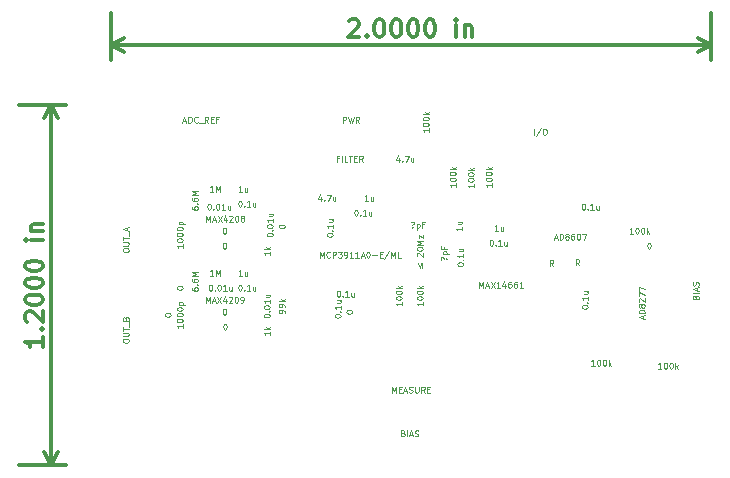
<source format=gbr>
G04 #@! TF.FileFunction,Other,Fab,Top*
%FSLAX46Y46*%
G04 Gerber Fmt 4.6, Leading zero omitted, Abs format (unit mm)*
G04 Created by KiCad (PCBNEW 4.0.1-stable) date Wednesday, February 10, 2016 'PMt' 08:42:37 PM*
%MOMM*%
G01*
G04 APERTURE LIST*
%ADD10C,0.100000*%
%ADD11C,0.300000*%
%ADD12C,0.076200*%
G04 APERTURE END LIST*
D10*
D11*
X163158571Y-89482856D02*
X163158571Y-90339999D01*
X163158571Y-89911427D02*
X161658571Y-89911427D01*
X161872857Y-90054284D01*
X162015714Y-90197142D01*
X162087143Y-90339999D01*
X163015714Y-88839999D02*
X163087143Y-88768571D01*
X163158571Y-88839999D01*
X163087143Y-88911428D01*
X163015714Y-88839999D01*
X163158571Y-88839999D01*
X161801429Y-88197142D02*
X161730000Y-88125713D01*
X161658571Y-87982856D01*
X161658571Y-87625713D01*
X161730000Y-87482856D01*
X161801429Y-87411427D01*
X161944286Y-87339999D01*
X162087143Y-87339999D01*
X162301429Y-87411427D01*
X163158571Y-88268570D01*
X163158571Y-87339999D01*
X161658571Y-86411428D02*
X161658571Y-86268571D01*
X161730000Y-86125714D01*
X161801429Y-86054285D01*
X161944286Y-85982856D01*
X162230000Y-85911428D01*
X162587143Y-85911428D01*
X162872857Y-85982856D01*
X163015714Y-86054285D01*
X163087143Y-86125714D01*
X163158571Y-86268571D01*
X163158571Y-86411428D01*
X163087143Y-86554285D01*
X163015714Y-86625714D01*
X162872857Y-86697142D01*
X162587143Y-86768571D01*
X162230000Y-86768571D01*
X161944286Y-86697142D01*
X161801429Y-86625714D01*
X161730000Y-86554285D01*
X161658571Y-86411428D01*
X161658571Y-84982857D02*
X161658571Y-84840000D01*
X161730000Y-84697143D01*
X161801429Y-84625714D01*
X161944286Y-84554285D01*
X162230000Y-84482857D01*
X162587143Y-84482857D01*
X162872857Y-84554285D01*
X163015714Y-84625714D01*
X163087143Y-84697143D01*
X163158571Y-84840000D01*
X163158571Y-84982857D01*
X163087143Y-85125714D01*
X163015714Y-85197143D01*
X162872857Y-85268571D01*
X162587143Y-85340000D01*
X162230000Y-85340000D01*
X161944286Y-85268571D01*
X161801429Y-85197143D01*
X161730000Y-85125714D01*
X161658571Y-84982857D01*
X161658571Y-83554286D02*
X161658571Y-83411429D01*
X161730000Y-83268572D01*
X161801429Y-83197143D01*
X161944286Y-83125714D01*
X162230000Y-83054286D01*
X162587143Y-83054286D01*
X162872857Y-83125714D01*
X163015714Y-83197143D01*
X163087143Y-83268572D01*
X163158571Y-83411429D01*
X163158571Y-83554286D01*
X163087143Y-83697143D01*
X163015714Y-83768572D01*
X162872857Y-83840000D01*
X162587143Y-83911429D01*
X162230000Y-83911429D01*
X161944286Y-83840000D01*
X161801429Y-83768572D01*
X161730000Y-83697143D01*
X161658571Y-83554286D01*
X163158571Y-81268572D02*
X162158571Y-81268572D01*
X161658571Y-81268572D02*
X161730000Y-81340001D01*
X161801429Y-81268572D01*
X161730000Y-81197144D01*
X161658571Y-81268572D01*
X161801429Y-81268572D01*
X162158571Y-80554286D02*
X163158571Y-80554286D01*
X162301429Y-80554286D02*
X162230000Y-80482858D01*
X162158571Y-80340000D01*
X162158571Y-80125715D01*
X162230000Y-79982858D01*
X162372857Y-79911429D01*
X163158571Y-79911429D01*
X163830000Y-100330000D02*
X163830000Y-69850000D01*
X165100000Y-100330000D02*
X161130000Y-100330000D01*
X165100000Y-69850000D02*
X161130000Y-69850000D01*
X163830000Y-69850000D02*
X164416421Y-70976504D01*
X163830000Y-69850000D02*
X163243579Y-70976504D01*
X163830000Y-100330000D02*
X164416421Y-99203496D01*
X163830000Y-100330000D02*
X163243579Y-99203496D01*
X189060001Y-62741429D02*
X189131430Y-62670000D01*
X189274287Y-62598571D01*
X189631430Y-62598571D01*
X189774287Y-62670000D01*
X189845716Y-62741429D01*
X189917144Y-62884286D01*
X189917144Y-63027143D01*
X189845716Y-63241429D01*
X188988573Y-64098571D01*
X189917144Y-64098571D01*
X190560001Y-63955714D02*
X190631429Y-64027143D01*
X190560001Y-64098571D01*
X190488572Y-64027143D01*
X190560001Y-63955714D01*
X190560001Y-64098571D01*
X191560001Y-62598571D02*
X191702858Y-62598571D01*
X191845715Y-62670000D01*
X191917144Y-62741429D01*
X191988573Y-62884286D01*
X192060001Y-63170000D01*
X192060001Y-63527143D01*
X191988573Y-63812857D01*
X191917144Y-63955714D01*
X191845715Y-64027143D01*
X191702858Y-64098571D01*
X191560001Y-64098571D01*
X191417144Y-64027143D01*
X191345715Y-63955714D01*
X191274287Y-63812857D01*
X191202858Y-63527143D01*
X191202858Y-63170000D01*
X191274287Y-62884286D01*
X191345715Y-62741429D01*
X191417144Y-62670000D01*
X191560001Y-62598571D01*
X192988572Y-62598571D02*
X193131429Y-62598571D01*
X193274286Y-62670000D01*
X193345715Y-62741429D01*
X193417144Y-62884286D01*
X193488572Y-63170000D01*
X193488572Y-63527143D01*
X193417144Y-63812857D01*
X193345715Y-63955714D01*
X193274286Y-64027143D01*
X193131429Y-64098571D01*
X192988572Y-64098571D01*
X192845715Y-64027143D01*
X192774286Y-63955714D01*
X192702858Y-63812857D01*
X192631429Y-63527143D01*
X192631429Y-63170000D01*
X192702858Y-62884286D01*
X192774286Y-62741429D01*
X192845715Y-62670000D01*
X192988572Y-62598571D01*
X194417143Y-62598571D02*
X194560000Y-62598571D01*
X194702857Y-62670000D01*
X194774286Y-62741429D01*
X194845715Y-62884286D01*
X194917143Y-63170000D01*
X194917143Y-63527143D01*
X194845715Y-63812857D01*
X194774286Y-63955714D01*
X194702857Y-64027143D01*
X194560000Y-64098571D01*
X194417143Y-64098571D01*
X194274286Y-64027143D01*
X194202857Y-63955714D01*
X194131429Y-63812857D01*
X194060000Y-63527143D01*
X194060000Y-63170000D01*
X194131429Y-62884286D01*
X194202857Y-62741429D01*
X194274286Y-62670000D01*
X194417143Y-62598571D01*
X195845714Y-62598571D02*
X195988571Y-62598571D01*
X196131428Y-62670000D01*
X196202857Y-62741429D01*
X196274286Y-62884286D01*
X196345714Y-63170000D01*
X196345714Y-63527143D01*
X196274286Y-63812857D01*
X196202857Y-63955714D01*
X196131428Y-64027143D01*
X195988571Y-64098571D01*
X195845714Y-64098571D01*
X195702857Y-64027143D01*
X195631428Y-63955714D01*
X195560000Y-63812857D01*
X195488571Y-63527143D01*
X195488571Y-63170000D01*
X195560000Y-62884286D01*
X195631428Y-62741429D01*
X195702857Y-62670000D01*
X195845714Y-62598571D01*
X198131428Y-64098571D02*
X198131428Y-63098571D01*
X198131428Y-62598571D02*
X198059999Y-62670000D01*
X198131428Y-62741429D01*
X198202856Y-62670000D01*
X198131428Y-62598571D01*
X198131428Y-62741429D01*
X198845714Y-63098571D02*
X198845714Y-64098571D01*
X198845714Y-63241429D02*
X198917142Y-63170000D01*
X199060000Y-63098571D01*
X199274285Y-63098571D01*
X199417142Y-63170000D01*
X199488571Y-63312857D01*
X199488571Y-64098571D01*
X219710000Y-64770000D02*
X168910000Y-64770000D01*
X219710000Y-66040000D02*
X219710000Y-62070000D01*
X168910000Y-66040000D02*
X168910000Y-62070000D01*
X168910000Y-64770000D02*
X170036504Y-64183579D01*
X168910000Y-64770000D02*
X170036504Y-65356421D01*
X219710000Y-64770000D02*
X218583496Y-64183579D01*
X219710000Y-64770000D02*
X218583496Y-65356421D01*
D12*
X206365238Y-83465810D02*
X206195905Y-83223905D01*
X206074952Y-83465810D02*
X206074952Y-82957810D01*
X206268476Y-82957810D01*
X206316857Y-82982000D01*
X206341048Y-83006190D01*
X206365238Y-83054571D01*
X206365238Y-83127143D01*
X206341048Y-83175524D01*
X206316857Y-83199714D01*
X206268476Y-83223905D01*
X206074952Y-83223905D01*
X197285429Y-82871714D02*
X197309619Y-82847524D01*
X197333810Y-82871714D01*
X197309619Y-82895905D01*
X197285429Y-82871714D01*
X197333810Y-82871714D01*
X196850000Y-82968476D02*
X196825810Y-82920095D01*
X196825810Y-82799143D01*
X196850000Y-82750762D01*
X196898381Y-82726571D01*
X196946762Y-82726571D01*
X196995143Y-82750762D01*
X197019333Y-82774952D01*
X197043524Y-82823333D01*
X197067714Y-82847524D01*
X197116095Y-82871714D01*
X197140286Y-82871714D01*
X196995143Y-82508857D02*
X197503143Y-82508857D01*
X197019333Y-82508857D02*
X196995143Y-82460476D01*
X196995143Y-82363714D01*
X197019333Y-82315333D01*
X197043524Y-82291142D01*
X197091905Y-82266952D01*
X197237048Y-82266952D01*
X197285429Y-82291142D01*
X197309619Y-82315333D01*
X197333810Y-82363714D01*
X197333810Y-82460476D01*
X197309619Y-82508857D01*
X197067714Y-81879904D02*
X197067714Y-82049238D01*
X197333810Y-82049238D02*
X196825810Y-82049238D01*
X196825810Y-81807333D01*
X193655714Y-97663714D02*
X193728285Y-97687905D01*
X193752476Y-97712095D01*
X193776666Y-97760476D01*
X193776666Y-97833048D01*
X193752476Y-97881429D01*
X193728285Y-97905619D01*
X193679904Y-97929810D01*
X193486380Y-97929810D01*
X193486380Y-97421810D01*
X193655714Y-97421810D01*
X193704095Y-97446000D01*
X193728285Y-97470190D01*
X193752476Y-97518571D01*
X193752476Y-97566952D01*
X193728285Y-97615333D01*
X193704095Y-97639524D01*
X193655714Y-97663714D01*
X193486380Y-97663714D01*
X193994380Y-97929810D02*
X193994380Y-97421810D01*
X194212095Y-97784667D02*
X194454000Y-97784667D01*
X194163714Y-97929810D02*
X194333047Y-97421810D01*
X194502381Y-97929810D01*
X194647524Y-97905619D02*
X194720095Y-97929810D01*
X194841048Y-97929810D01*
X194889429Y-97905619D01*
X194913619Y-97881429D01*
X194937810Y-97833048D01*
X194937810Y-97784667D01*
X194913619Y-97736286D01*
X194889429Y-97712095D01*
X194841048Y-97687905D01*
X194744286Y-97663714D01*
X194695905Y-97639524D01*
X194671714Y-97615333D01*
X194647524Y-97566952D01*
X194647524Y-97518571D01*
X194671714Y-97470190D01*
X194695905Y-97446000D01*
X194744286Y-97421810D01*
X194865238Y-97421810D01*
X194937810Y-97446000D01*
X192701333Y-94209810D02*
X192701333Y-93701810D01*
X192870667Y-94064667D01*
X193040000Y-93701810D01*
X193040000Y-94209810D01*
X193281904Y-93943714D02*
X193451238Y-93943714D01*
X193523809Y-94209810D02*
X193281904Y-94209810D01*
X193281904Y-93701810D01*
X193523809Y-93701810D01*
X193717333Y-94064667D02*
X193959238Y-94064667D01*
X193668952Y-94209810D02*
X193838285Y-93701810D01*
X194007619Y-94209810D01*
X194152762Y-94185619D02*
X194225333Y-94209810D01*
X194346286Y-94209810D01*
X194394667Y-94185619D01*
X194418857Y-94161429D01*
X194443048Y-94113048D01*
X194443048Y-94064667D01*
X194418857Y-94016286D01*
X194394667Y-93992095D01*
X194346286Y-93967905D01*
X194249524Y-93943714D01*
X194201143Y-93919524D01*
X194176952Y-93895333D01*
X194152762Y-93846952D01*
X194152762Y-93798571D01*
X194176952Y-93750190D01*
X194201143Y-93726000D01*
X194249524Y-93701810D01*
X194370476Y-93701810D01*
X194443048Y-93726000D01*
X194660762Y-93701810D02*
X194660762Y-94113048D01*
X194684953Y-94161429D01*
X194709143Y-94185619D01*
X194757524Y-94209810D01*
X194854286Y-94209810D01*
X194902667Y-94185619D01*
X194926858Y-94161429D01*
X194951048Y-94113048D01*
X194951048Y-93701810D01*
X195483238Y-94209810D02*
X195313905Y-93967905D01*
X195192952Y-94209810D02*
X195192952Y-93701810D01*
X195386476Y-93701810D01*
X195434857Y-93726000D01*
X195459048Y-93750190D01*
X195483238Y-93798571D01*
X195483238Y-93871143D01*
X195459048Y-93919524D01*
X195434857Y-93943714D01*
X195386476Y-93967905D01*
X195192952Y-93967905D01*
X195700952Y-93943714D02*
X195870286Y-93943714D01*
X195942857Y-94209810D02*
X195700952Y-94209810D01*
X195700952Y-93701810D01*
X195942857Y-93701810D01*
X188552667Y-71349810D02*
X188552667Y-70841810D01*
X188746191Y-70841810D01*
X188794572Y-70866000D01*
X188818763Y-70890190D01*
X188842953Y-70938571D01*
X188842953Y-71011143D01*
X188818763Y-71059524D01*
X188794572Y-71083714D01*
X188746191Y-71107905D01*
X188552667Y-71107905D01*
X189012286Y-70841810D02*
X189133239Y-71349810D01*
X189230001Y-70986952D01*
X189326763Y-71349810D01*
X189447715Y-70841810D01*
X189931524Y-71349810D02*
X189762191Y-71107905D01*
X189641238Y-71349810D02*
X189641238Y-70841810D01*
X189834762Y-70841810D01*
X189883143Y-70866000D01*
X189907334Y-70890190D01*
X189931524Y-70938571D01*
X189931524Y-71011143D01*
X189907334Y-71059524D01*
X189883143Y-71083714D01*
X189834762Y-71107905D01*
X189641238Y-71107905D01*
X204699810Y-72365810D02*
X204699810Y-71857810D01*
X205304573Y-71833619D02*
X204869144Y-72486762D01*
X205570667Y-71857810D02*
X205667429Y-71857810D01*
X205715810Y-71882000D01*
X205764191Y-71930381D01*
X205788382Y-72027143D01*
X205788382Y-72196476D01*
X205764191Y-72293238D01*
X205715810Y-72341619D01*
X205667429Y-72365810D01*
X205570667Y-72365810D01*
X205522286Y-72341619D01*
X205473905Y-72293238D01*
X205449715Y-72196476D01*
X205449715Y-72027143D01*
X205473905Y-71930381D01*
X205522286Y-71882000D01*
X205570667Y-71857810D01*
X176965427Y-79731810D02*
X176965427Y-79223810D01*
X177134761Y-79586667D01*
X177304094Y-79223810D01*
X177304094Y-79731810D01*
X177521808Y-79586667D02*
X177763713Y-79586667D01*
X177473427Y-79731810D02*
X177642760Y-79223810D01*
X177812094Y-79731810D01*
X177933046Y-79223810D02*
X178271713Y-79731810D01*
X178271713Y-79223810D02*
X177933046Y-79731810D01*
X178682952Y-79393143D02*
X178682952Y-79731810D01*
X178561999Y-79199619D02*
X178441047Y-79562476D01*
X178755523Y-79562476D01*
X178924857Y-79272190D02*
X178949047Y-79248000D01*
X178997428Y-79223810D01*
X179118381Y-79223810D01*
X179166762Y-79248000D01*
X179190952Y-79272190D01*
X179215143Y-79320571D01*
X179215143Y-79368952D01*
X179190952Y-79441524D01*
X178900666Y-79731810D01*
X179215143Y-79731810D01*
X179529619Y-79223810D02*
X179578000Y-79223810D01*
X179626381Y-79248000D01*
X179650572Y-79272190D01*
X179674762Y-79320571D01*
X179698953Y-79417333D01*
X179698953Y-79538286D01*
X179674762Y-79635048D01*
X179650572Y-79683429D01*
X179626381Y-79707619D01*
X179578000Y-79731810D01*
X179529619Y-79731810D01*
X179481238Y-79707619D01*
X179457048Y-79683429D01*
X179432857Y-79635048D01*
X179408667Y-79538286D01*
X179408667Y-79417333D01*
X179432857Y-79320571D01*
X179457048Y-79272190D01*
X179481238Y-79248000D01*
X179529619Y-79223810D01*
X179989239Y-79441524D02*
X179940858Y-79417333D01*
X179916667Y-79393143D01*
X179892477Y-79344762D01*
X179892477Y-79320571D01*
X179916667Y-79272190D01*
X179940858Y-79248000D01*
X179989239Y-79223810D01*
X180086001Y-79223810D01*
X180134382Y-79248000D01*
X180158572Y-79272190D01*
X180182763Y-79320571D01*
X180182763Y-79344762D01*
X180158572Y-79393143D01*
X180134382Y-79417333D01*
X180086001Y-79441524D01*
X179989239Y-79441524D01*
X179940858Y-79465714D01*
X179916667Y-79489905D01*
X179892477Y-79538286D01*
X179892477Y-79635048D01*
X179916667Y-79683429D01*
X179940858Y-79707619D01*
X179989239Y-79731810D01*
X180086001Y-79731810D01*
X180134382Y-79707619D01*
X180158572Y-79683429D01*
X180182763Y-79635048D01*
X180182763Y-79538286D01*
X180158572Y-79489905D01*
X180134382Y-79465714D01*
X180086001Y-79441524D01*
X176922529Y-86589810D02*
X176922529Y-86081810D01*
X177091863Y-86444667D01*
X177261196Y-86081810D01*
X177261196Y-86589810D01*
X177478910Y-86444667D02*
X177720815Y-86444667D01*
X177430529Y-86589810D02*
X177599862Y-86081810D01*
X177769196Y-86589810D01*
X177890148Y-86081810D02*
X178228815Y-86589810D01*
X178228815Y-86081810D02*
X177890148Y-86589810D01*
X178640054Y-86251143D02*
X178640054Y-86589810D01*
X178519101Y-86057619D02*
X178398149Y-86420476D01*
X178712625Y-86420476D01*
X178881959Y-86130190D02*
X178906149Y-86106000D01*
X178954530Y-86081810D01*
X179075483Y-86081810D01*
X179123864Y-86106000D01*
X179148054Y-86130190D01*
X179172245Y-86178571D01*
X179172245Y-86226952D01*
X179148054Y-86299524D01*
X178857768Y-86589810D01*
X179172245Y-86589810D01*
X179486721Y-86081810D02*
X179535102Y-86081810D01*
X179583483Y-86106000D01*
X179607674Y-86130190D01*
X179631864Y-86178571D01*
X179656055Y-86275333D01*
X179656055Y-86396286D01*
X179631864Y-86493048D01*
X179607674Y-86541429D01*
X179583483Y-86565619D01*
X179535102Y-86589810D01*
X179486721Y-86589810D01*
X179438340Y-86565619D01*
X179414150Y-86541429D01*
X179389959Y-86493048D01*
X179365769Y-86396286D01*
X179365769Y-86275333D01*
X179389959Y-86178571D01*
X179414150Y-86130190D01*
X179438340Y-86106000D01*
X179486721Y-86081810D01*
X179897960Y-86589810D02*
X179994722Y-86589810D01*
X180043103Y-86565619D01*
X180067293Y-86541429D01*
X180115674Y-86468857D01*
X180139865Y-86372095D01*
X180139865Y-86178571D01*
X180115674Y-86130190D01*
X180091484Y-86106000D01*
X180043103Y-86081810D01*
X179946341Y-86081810D01*
X179897960Y-86106000D01*
X179873769Y-86130190D01*
X179849579Y-86178571D01*
X179849579Y-86299524D01*
X179873769Y-86347905D01*
X179897960Y-86372095D01*
X179946341Y-86396286D01*
X180043103Y-86396286D01*
X180091484Y-86372095D01*
X180115674Y-86347905D01*
X180139865Y-86299524D01*
X200091522Y-85319810D02*
X200091522Y-84811810D01*
X200260856Y-85174667D01*
X200430189Y-84811810D01*
X200430189Y-85319810D01*
X200647903Y-85174667D02*
X200889808Y-85174667D01*
X200599522Y-85319810D02*
X200768855Y-84811810D01*
X200938189Y-85319810D01*
X201059141Y-84811810D02*
X201397808Y-85319810D01*
X201397808Y-84811810D02*
X201059141Y-85319810D01*
X201857428Y-85319810D02*
X201567142Y-85319810D01*
X201712285Y-85319810D02*
X201712285Y-84811810D01*
X201663904Y-84884381D01*
X201615523Y-84932762D01*
X201567142Y-84956952D01*
X202292857Y-84981143D02*
X202292857Y-85319810D01*
X202171904Y-84787619D02*
X202050952Y-85150476D01*
X202365428Y-85150476D01*
X202776667Y-84811810D02*
X202679905Y-84811810D01*
X202631524Y-84836000D01*
X202607333Y-84860190D01*
X202558952Y-84932762D01*
X202534762Y-85029524D01*
X202534762Y-85223048D01*
X202558952Y-85271429D01*
X202583143Y-85295619D01*
X202631524Y-85319810D01*
X202728286Y-85319810D01*
X202776667Y-85295619D01*
X202800857Y-85271429D01*
X202825048Y-85223048D01*
X202825048Y-85102095D01*
X202800857Y-85053714D01*
X202776667Y-85029524D01*
X202728286Y-85005333D01*
X202631524Y-85005333D01*
X202583143Y-85029524D01*
X202558952Y-85053714D01*
X202534762Y-85102095D01*
X203260477Y-84811810D02*
X203163715Y-84811810D01*
X203115334Y-84836000D01*
X203091143Y-84860190D01*
X203042762Y-84932762D01*
X203018572Y-85029524D01*
X203018572Y-85223048D01*
X203042762Y-85271429D01*
X203066953Y-85295619D01*
X203115334Y-85319810D01*
X203212096Y-85319810D01*
X203260477Y-85295619D01*
X203284667Y-85271429D01*
X203308858Y-85223048D01*
X203308858Y-85102095D01*
X203284667Y-85053714D01*
X203260477Y-85029524D01*
X203212096Y-85005333D01*
X203115334Y-85005333D01*
X203066953Y-85029524D01*
X203042762Y-85053714D01*
X203018572Y-85102095D01*
X203792668Y-85319810D02*
X203502382Y-85319810D01*
X203647525Y-85319810D02*
X203647525Y-84811810D01*
X203599144Y-84884381D01*
X203550763Y-84932762D01*
X203502382Y-84956952D01*
X186581142Y-82779810D02*
X186581142Y-82271810D01*
X186750476Y-82634667D01*
X186919809Y-82271810D01*
X186919809Y-82779810D01*
X187451999Y-82731429D02*
X187427809Y-82755619D01*
X187355237Y-82779810D01*
X187306856Y-82779810D01*
X187234285Y-82755619D01*
X187185904Y-82707238D01*
X187161713Y-82658857D01*
X187137523Y-82562095D01*
X187137523Y-82489524D01*
X187161713Y-82392762D01*
X187185904Y-82344381D01*
X187234285Y-82296000D01*
X187306856Y-82271810D01*
X187355237Y-82271810D01*
X187427809Y-82296000D01*
X187451999Y-82320190D01*
X187669713Y-82779810D02*
X187669713Y-82271810D01*
X187863237Y-82271810D01*
X187911618Y-82296000D01*
X187935809Y-82320190D01*
X187959999Y-82368571D01*
X187959999Y-82441143D01*
X187935809Y-82489524D01*
X187911618Y-82513714D01*
X187863237Y-82537905D01*
X187669713Y-82537905D01*
X188129332Y-82271810D02*
X188443809Y-82271810D01*
X188274475Y-82465333D01*
X188347047Y-82465333D01*
X188395428Y-82489524D01*
X188419618Y-82513714D01*
X188443809Y-82562095D01*
X188443809Y-82683048D01*
X188419618Y-82731429D01*
X188395428Y-82755619D01*
X188347047Y-82779810D01*
X188201904Y-82779810D01*
X188153523Y-82755619D01*
X188129332Y-82731429D01*
X188685714Y-82779810D02*
X188782476Y-82779810D01*
X188830857Y-82755619D01*
X188855047Y-82731429D01*
X188903428Y-82658857D01*
X188927619Y-82562095D01*
X188927619Y-82368571D01*
X188903428Y-82320190D01*
X188879238Y-82296000D01*
X188830857Y-82271810D01*
X188734095Y-82271810D01*
X188685714Y-82296000D01*
X188661523Y-82320190D01*
X188637333Y-82368571D01*
X188637333Y-82489524D01*
X188661523Y-82537905D01*
X188685714Y-82562095D01*
X188734095Y-82586286D01*
X188830857Y-82586286D01*
X188879238Y-82562095D01*
X188903428Y-82537905D01*
X188927619Y-82489524D01*
X189411429Y-82779810D02*
X189121143Y-82779810D01*
X189266286Y-82779810D02*
X189266286Y-82271810D01*
X189217905Y-82344381D01*
X189169524Y-82392762D01*
X189121143Y-82416952D01*
X189895239Y-82779810D02*
X189604953Y-82779810D01*
X189750096Y-82779810D02*
X189750096Y-82271810D01*
X189701715Y-82344381D01*
X189653334Y-82392762D01*
X189604953Y-82416952D01*
X190088763Y-82634667D02*
X190330668Y-82634667D01*
X190040382Y-82779810D02*
X190209715Y-82271810D01*
X190379049Y-82779810D01*
X190645144Y-82271810D02*
X190693525Y-82271810D01*
X190741906Y-82296000D01*
X190766097Y-82320190D01*
X190790287Y-82368571D01*
X190814478Y-82465333D01*
X190814478Y-82586286D01*
X190790287Y-82683048D01*
X190766097Y-82731429D01*
X190741906Y-82755619D01*
X190693525Y-82779810D01*
X190645144Y-82779810D01*
X190596763Y-82755619D01*
X190572573Y-82731429D01*
X190548382Y-82683048D01*
X190524192Y-82586286D01*
X190524192Y-82465333D01*
X190548382Y-82368571D01*
X190572573Y-82320190D01*
X190596763Y-82296000D01*
X190645144Y-82271810D01*
X191032192Y-82586286D02*
X191419240Y-82586286D01*
X191661144Y-82513714D02*
X191830478Y-82513714D01*
X191903049Y-82779810D02*
X191661144Y-82779810D01*
X191661144Y-82271810D01*
X191903049Y-82271810D01*
X192483621Y-82247619D02*
X192048192Y-82900762D01*
X192652953Y-82779810D02*
X192652953Y-82271810D01*
X192822287Y-82634667D01*
X192991620Y-82271810D01*
X192991620Y-82779810D01*
X193475429Y-82779810D02*
X193233524Y-82779810D01*
X193233524Y-82271810D01*
X179802244Y-77953810D02*
X179850625Y-77953810D01*
X179899006Y-77978000D01*
X179923197Y-78002190D01*
X179947387Y-78050571D01*
X179971578Y-78147333D01*
X179971578Y-78268286D01*
X179947387Y-78365048D01*
X179923197Y-78413429D01*
X179899006Y-78437619D01*
X179850625Y-78461810D01*
X179802244Y-78461810D01*
X179753863Y-78437619D01*
X179729673Y-78413429D01*
X179705482Y-78365048D01*
X179681292Y-78268286D01*
X179681292Y-78147333D01*
X179705482Y-78050571D01*
X179729673Y-78002190D01*
X179753863Y-77978000D01*
X179802244Y-77953810D01*
X180189292Y-78413429D02*
X180213483Y-78437619D01*
X180189292Y-78461810D01*
X180165102Y-78437619D01*
X180189292Y-78413429D01*
X180189292Y-78461810D01*
X180697293Y-78461810D02*
X180407007Y-78461810D01*
X180552150Y-78461810D02*
X180552150Y-77953810D01*
X180503769Y-78026381D01*
X180455388Y-78074762D01*
X180407007Y-78098952D01*
X181132722Y-78123143D02*
X181132722Y-78461810D01*
X180915007Y-78123143D02*
X180915007Y-78389238D01*
X180939198Y-78437619D01*
X180987579Y-78461810D01*
X181060150Y-78461810D01*
X181108531Y-78437619D01*
X181132722Y-78413429D01*
X179802244Y-85065810D02*
X179850625Y-85065810D01*
X179899006Y-85090000D01*
X179923197Y-85114190D01*
X179947387Y-85162571D01*
X179971578Y-85259333D01*
X179971578Y-85380286D01*
X179947387Y-85477048D01*
X179923197Y-85525429D01*
X179899006Y-85549619D01*
X179850625Y-85573810D01*
X179802244Y-85573810D01*
X179753863Y-85549619D01*
X179729673Y-85525429D01*
X179705482Y-85477048D01*
X179681292Y-85380286D01*
X179681292Y-85259333D01*
X179705482Y-85162571D01*
X179729673Y-85114190D01*
X179753863Y-85090000D01*
X179802244Y-85065810D01*
X180189292Y-85525429D02*
X180213483Y-85549619D01*
X180189292Y-85573810D01*
X180165102Y-85549619D01*
X180189292Y-85525429D01*
X180189292Y-85573810D01*
X180697293Y-85573810D02*
X180407007Y-85573810D01*
X180552150Y-85573810D02*
X180552150Y-85065810D01*
X180503769Y-85138381D01*
X180455388Y-85186762D01*
X180407007Y-85210952D01*
X181132722Y-85235143D02*
X181132722Y-85573810D01*
X180915007Y-85235143D02*
X180915007Y-85501238D01*
X180939198Y-85549619D01*
X180987579Y-85573810D01*
X181060150Y-85573810D01*
X181108531Y-85549619D01*
X181132722Y-85525429D01*
X177195237Y-78207810D02*
X177243618Y-78207810D01*
X177291999Y-78232000D01*
X177316190Y-78256190D01*
X177340380Y-78304571D01*
X177364571Y-78401333D01*
X177364571Y-78522286D01*
X177340380Y-78619048D01*
X177316190Y-78667429D01*
X177291999Y-78691619D01*
X177243618Y-78715810D01*
X177195237Y-78715810D01*
X177146856Y-78691619D01*
X177122666Y-78667429D01*
X177098475Y-78619048D01*
X177074285Y-78522286D01*
X177074285Y-78401333D01*
X177098475Y-78304571D01*
X177122666Y-78256190D01*
X177146856Y-78232000D01*
X177195237Y-78207810D01*
X177582285Y-78667429D02*
X177606476Y-78691619D01*
X177582285Y-78715810D01*
X177558095Y-78691619D01*
X177582285Y-78667429D01*
X177582285Y-78715810D01*
X177920952Y-78207810D02*
X177969333Y-78207810D01*
X178017714Y-78232000D01*
X178041905Y-78256190D01*
X178066095Y-78304571D01*
X178090286Y-78401333D01*
X178090286Y-78522286D01*
X178066095Y-78619048D01*
X178041905Y-78667429D01*
X178017714Y-78691619D01*
X177969333Y-78715810D01*
X177920952Y-78715810D01*
X177872571Y-78691619D01*
X177848381Y-78667429D01*
X177824190Y-78619048D01*
X177800000Y-78522286D01*
X177800000Y-78401333D01*
X177824190Y-78304571D01*
X177848381Y-78256190D01*
X177872571Y-78232000D01*
X177920952Y-78207810D01*
X178574096Y-78715810D02*
X178283810Y-78715810D01*
X178428953Y-78715810D02*
X178428953Y-78207810D01*
X178380572Y-78280381D01*
X178332191Y-78328762D01*
X178283810Y-78352952D01*
X179009525Y-78377143D02*
X179009525Y-78715810D01*
X178791810Y-78377143D02*
X178791810Y-78643238D01*
X178816001Y-78691619D01*
X178864382Y-78715810D01*
X178936953Y-78715810D01*
X178985334Y-78691619D01*
X179009525Y-78667429D01*
X177310339Y-85065810D02*
X177358720Y-85065810D01*
X177407101Y-85090000D01*
X177431292Y-85114190D01*
X177455482Y-85162571D01*
X177479673Y-85259333D01*
X177479673Y-85380286D01*
X177455482Y-85477048D01*
X177431292Y-85525429D01*
X177407101Y-85549619D01*
X177358720Y-85573810D01*
X177310339Y-85573810D01*
X177261958Y-85549619D01*
X177237768Y-85525429D01*
X177213577Y-85477048D01*
X177189387Y-85380286D01*
X177189387Y-85259333D01*
X177213577Y-85162571D01*
X177237768Y-85114190D01*
X177261958Y-85090000D01*
X177310339Y-85065810D01*
X177697387Y-85525429D02*
X177721578Y-85549619D01*
X177697387Y-85573810D01*
X177673197Y-85549619D01*
X177697387Y-85525429D01*
X177697387Y-85573810D01*
X178036054Y-85065810D02*
X178084435Y-85065810D01*
X178132816Y-85090000D01*
X178157007Y-85114190D01*
X178181197Y-85162571D01*
X178205388Y-85259333D01*
X178205388Y-85380286D01*
X178181197Y-85477048D01*
X178157007Y-85525429D01*
X178132816Y-85549619D01*
X178084435Y-85573810D01*
X178036054Y-85573810D01*
X177987673Y-85549619D01*
X177963483Y-85525429D01*
X177939292Y-85477048D01*
X177915102Y-85380286D01*
X177915102Y-85259333D01*
X177939292Y-85162571D01*
X177963483Y-85114190D01*
X177987673Y-85090000D01*
X178036054Y-85065810D01*
X178689198Y-85573810D02*
X178398912Y-85573810D01*
X178544055Y-85573810D02*
X178544055Y-85065810D01*
X178495674Y-85138381D01*
X178447293Y-85186762D01*
X178398912Y-85210952D01*
X179124627Y-85235143D02*
X179124627Y-85573810D01*
X178906912Y-85235143D02*
X178906912Y-85501238D01*
X178931103Y-85549619D01*
X178979484Y-85573810D01*
X179052055Y-85573810D01*
X179100436Y-85549619D01*
X179124627Y-85525429D01*
X189629142Y-78715810D02*
X189677523Y-78715810D01*
X189725904Y-78740000D01*
X189750095Y-78764190D01*
X189774285Y-78812571D01*
X189798476Y-78909333D01*
X189798476Y-79030286D01*
X189774285Y-79127048D01*
X189750095Y-79175429D01*
X189725904Y-79199619D01*
X189677523Y-79223810D01*
X189629142Y-79223810D01*
X189580761Y-79199619D01*
X189556571Y-79175429D01*
X189532380Y-79127048D01*
X189508190Y-79030286D01*
X189508190Y-78909333D01*
X189532380Y-78812571D01*
X189556571Y-78764190D01*
X189580761Y-78740000D01*
X189629142Y-78715810D01*
X190016190Y-79175429D02*
X190040381Y-79199619D01*
X190016190Y-79223810D01*
X189992000Y-79199619D01*
X190016190Y-79175429D01*
X190016190Y-79223810D01*
X190524191Y-79223810D02*
X190233905Y-79223810D01*
X190379048Y-79223810D02*
X190379048Y-78715810D01*
X190330667Y-78788381D01*
X190282286Y-78836762D01*
X190233905Y-78860952D01*
X190959620Y-78885143D02*
X190959620Y-79223810D01*
X190741905Y-78885143D02*
X190741905Y-79151238D01*
X190766096Y-79199619D01*
X190814477Y-79223810D01*
X190887048Y-79223810D01*
X190935429Y-79199619D01*
X190959620Y-79175429D01*
X187173810Y-80880858D02*
X187173810Y-80832477D01*
X187198000Y-80784096D01*
X187222190Y-80759905D01*
X187270571Y-80735715D01*
X187367333Y-80711524D01*
X187488286Y-80711524D01*
X187585048Y-80735715D01*
X187633429Y-80759905D01*
X187657619Y-80784096D01*
X187681810Y-80832477D01*
X187681810Y-80880858D01*
X187657619Y-80929239D01*
X187633429Y-80953429D01*
X187585048Y-80977620D01*
X187488286Y-81001810D01*
X187367333Y-81001810D01*
X187270571Y-80977620D01*
X187222190Y-80953429D01*
X187198000Y-80929239D01*
X187173810Y-80880858D01*
X187633429Y-80493810D02*
X187657619Y-80469619D01*
X187681810Y-80493810D01*
X187657619Y-80518000D01*
X187633429Y-80493810D01*
X187681810Y-80493810D01*
X187681810Y-79985809D02*
X187681810Y-80276095D01*
X187681810Y-80130952D02*
X187173810Y-80130952D01*
X187246381Y-80179333D01*
X187294762Y-80227714D01*
X187318952Y-80276095D01*
X187343143Y-79550380D02*
X187681810Y-79550380D01*
X187343143Y-79768095D02*
X187609238Y-79768095D01*
X187657619Y-79743904D01*
X187681810Y-79695523D01*
X187681810Y-79622952D01*
X187657619Y-79574571D01*
X187633429Y-79550380D01*
X198221810Y-83366858D02*
X198221810Y-83318477D01*
X198246000Y-83270096D01*
X198270190Y-83245905D01*
X198318571Y-83221715D01*
X198415333Y-83197524D01*
X198536286Y-83197524D01*
X198633048Y-83221715D01*
X198681429Y-83245905D01*
X198705619Y-83270096D01*
X198729810Y-83318477D01*
X198729810Y-83366858D01*
X198705619Y-83415239D01*
X198681429Y-83439429D01*
X198633048Y-83463620D01*
X198536286Y-83487810D01*
X198415333Y-83487810D01*
X198318571Y-83463620D01*
X198270190Y-83439429D01*
X198246000Y-83415239D01*
X198221810Y-83366858D01*
X198681429Y-82979810D02*
X198705619Y-82955619D01*
X198729810Y-82979810D01*
X198705619Y-83004000D01*
X198681429Y-82979810D01*
X198729810Y-82979810D01*
X198729810Y-82471809D02*
X198729810Y-82762095D01*
X198729810Y-82616952D02*
X198221810Y-82616952D01*
X198294381Y-82665333D01*
X198342762Y-82713714D01*
X198366952Y-82762095D01*
X198391143Y-82036380D02*
X198729810Y-82036380D01*
X198391143Y-82254095D02*
X198657238Y-82254095D01*
X198705619Y-82229904D01*
X198729810Y-82181523D01*
X198729810Y-82108952D01*
X198705619Y-82060571D01*
X198681429Y-82036380D01*
X201083142Y-81255810D02*
X201131523Y-81255810D01*
X201179904Y-81280000D01*
X201204095Y-81304190D01*
X201228285Y-81352571D01*
X201252476Y-81449333D01*
X201252476Y-81570286D01*
X201228285Y-81667048D01*
X201204095Y-81715429D01*
X201179904Y-81739619D01*
X201131523Y-81763810D01*
X201083142Y-81763810D01*
X201034761Y-81739619D01*
X201010571Y-81715429D01*
X200986380Y-81667048D01*
X200962190Y-81570286D01*
X200962190Y-81449333D01*
X200986380Y-81352571D01*
X201010571Y-81304190D01*
X201034761Y-81280000D01*
X201083142Y-81255810D01*
X201470190Y-81715429D02*
X201494381Y-81739619D01*
X201470190Y-81763810D01*
X201446000Y-81739619D01*
X201470190Y-81715429D01*
X201470190Y-81763810D01*
X201978191Y-81763810D02*
X201687905Y-81763810D01*
X201833048Y-81763810D02*
X201833048Y-81255810D01*
X201784667Y-81328381D01*
X201736286Y-81376762D01*
X201687905Y-81400952D01*
X202413620Y-81425143D02*
X202413620Y-81763810D01*
X202195905Y-81425143D02*
X202195905Y-81691238D01*
X202220096Y-81739619D01*
X202268477Y-81763810D01*
X202341048Y-81763810D01*
X202389429Y-81739619D01*
X202413620Y-81715429D01*
X187829810Y-87738858D02*
X187829810Y-87690477D01*
X187854000Y-87642096D01*
X187878190Y-87617905D01*
X187926571Y-87593715D01*
X188023333Y-87569524D01*
X188144286Y-87569524D01*
X188241048Y-87593715D01*
X188289429Y-87617905D01*
X188313619Y-87642096D01*
X188337810Y-87690477D01*
X188337810Y-87738858D01*
X188313619Y-87787239D01*
X188289429Y-87811429D01*
X188241048Y-87835620D01*
X188144286Y-87859810D01*
X188023333Y-87859810D01*
X187926571Y-87835620D01*
X187878190Y-87811429D01*
X187854000Y-87787239D01*
X187829810Y-87738858D01*
X188289429Y-87351810D02*
X188313619Y-87327619D01*
X188337810Y-87351810D01*
X188313619Y-87376000D01*
X188289429Y-87351810D01*
X188337810Y-87351810D01*
X188337810Y-86843809D02*
X188337810Y-87134095D01*
X188337810Y-86988952D02*
X187829810Y-86988952D01*
X187902381Y-87037333D01*
X187950762Y-87085714D01*
X187974952Y-87134095D01*
X187999143Y-86408380D02*
X188337810Y-86408380D01*
X187999143Y-86626095D02*
X188265238Y-86626095D01*
X188313619Y-86601904D01*
X188337810Y-86553523D01*
X188337810Y-86480952D01*
X188313619Y-86432571D01*
X188289429Y-86408380D01*
X195277619Y-83275714D02*
X195277619Y-83662762D01*
X195180857Y-83275714D02*
X195035714Y-83662762D01*
X194890571Y-83275714D01*
X194842190Y-82670952D02*
X194818000Y-82646762D01*
X194793810Y-82598381D01*
X194793810Y-82477428D01*
X194818000Y-82429047D01*
X194842190Y-82404857D01*
X194890571Y-82380666D01*
X194938952Y-82380666D01*
X195011524Y-82404857D01*
X195301810Y-82695143D01*
X195301810Y-82380666D01*
X194793810Y-82066190D02*
X194793810Y-82017809D01*
X194818000Y-81969428D01*
X194842190Y-81945237D01*
X194890571Y-81921047D01*
X194987333Y-81896856D01*
X195108286Y-81896856D01*
X195205048Y-81921047D01*
X195253429Y-81945237D01*
X195277619Y-81969428D01*
X195301810Y-82017809D01*
X195301810Y-82066190D01*
X195277619Y-82114571D01*
X195253429Y-82138761D01*
X195205048Y-82162952D01*
X195108286Y-82187142D01*
X194987333Y-82187142D01*
X194890571Y-82162952D01*
X194842190Y-82138761D01*
X194818000Y-82114571D01*
X194793810Y-82066190D01*
X195301810Y-81679142D02*
X194793810Y-81679142D01*
X195156667Y-81509808D01*
X194793810Y-81340475D01*
X195301810Y-81340475D01*
X194963143Y-81146952D02*
X194963143Y-80880856D01*
X195301810Y-81146952D01*
X195301810Y-80880856D01*
X180001334Y-77191810D02*
X179711048Y-77191810D01*
X179856191Y-77191810D02*
X179856191Y-76683810D01*
X179807810Y-76756381D01*
X179759429Y-76804762D01*
X179711048Y-76828952D01*
X180436763Y-76853143D02*
X180436763Y-77191810D01*
X180219048Y-76853143D02*
X180219048Y-77119238D01*
X180243239Y-77167619D01*
X180291620Y-77191810D01*
X180364191Y-77191810D01*
X180412572Y-77167619D01*
X180436763Y-77143429D01*
X180001334Y-84303810D02*
X179711048Y-84303810D01*
X179856191Y-84303810D02*
X179856191Y-83795810D01*
X179807810Y-83868381D01*
X179759429Y-83916762D01*
X179711048Y-83940952D01*
X180436763Y-83965143D02*
X180436763Y-84303810D01*
X180219048Y-83965143D02*
X180219048Y-84231238D01*
X180243239Y-84279619D01*
X180291620Y-84303810D01*
X180364191Y-84303810D01*
X180412572Y-84279619D01*
X180436763Y-84255429D01*
X190669334Y-77953810D02*
X190379048Y-77953810D01*
X190524191Y-77953810D02*
X190524191Y-77445810D01*
X190475810Y-77518381D01*
X190427429Y-77566762D01*
X190379048Y-77590952D01*
X191104763Y-77615143D02*
X191104763Y-77953810D01*
X190887048Y-77615143D02*
X190887048Y-77881238D01*
X190911239Y-77929619D01*
X190959620Y-77953810D01*
X191032191Y-77953810D01*
X191080572Y-77929619D01*
X191104763Y-77905429D01*
X198603810Y-80184666D02*
X198603810Y-80474952D01*
X198603810Y-80329809D02*
X198095810Y-80329809D01*
X198168381Y-80378190D01*
X198216762Y-80426571D01*
X198240952Y-80474952D01*
X198265143Y-79749237D02*
X198603810Y-79749237D01*
X198265143Y-79966952D02*
X198531238Y-79966952D01*
X198579619Y-79942761D01*
X198603810Y-79894380D01*
X198603810Y-79821809D01*
X198579619Y-79773428D01*
X198555429Y-79749237D01*
X201665334Y-80493810D02*
X201375048Y-80493810D01*
X201520191Y-80493810D02*
X201520191Y-79985810D01*
X201471810Y-80058381D01*
X201423429Y-80106762D01*
X201375048Y-80130952D01*
X202100763Y-80155143D02*
X202100763Y-80493810D01*
X201883048Y-80155143D02*
X201883048Y-80421238D01*
X201907239Y-80469619D01*
X201955620Y-80493810D01*
X202028191Y-80493810D01*
X202076572Y-80469619D01*
X202100763Y-80445429D01*
X194428286Y-80191429D02*
X194452476Y-80215619D01*
X194428286Y-80239810D01*
X194404095Y-80215619D01*
X194428286Y-80191429D01*
X194428286Y-80239810D01*
X194331524Y-79756000D02*
X194379905Y-79731810D01*
X194500857Y-79731810D01*
X194549238Y-79756000D01*
X194573429Y-79804381D01*
X194573429Y-79852762D01*
X194549238Y-79901143D01*
X194525048Y-79925333D01*
X194476667Y-79949524D01*
X194452476Y-79973714D01*
X194428286Y-80022095D01*
X194428286Y-80046286D01*
X194791143Y-79901143D02*
X194791143Y-80409143D01*
X194791143Y-79925333D02*
X194839524Y-79901143D01*
X194936286Y-79901143D01*
X194984667Y-79925333D01*
X195008858Y-79949524D01*
X195033048Y-79997905D01*
X195033048Y-80143048D01*
X195008858Y-80191429D01*
X194984667Y-80215619D01*
X194936286Y-80239810D01*
X194839524Y-80239810D01*
X194791143Y-80215619D01*
X195420096Y-79973714D02*
X195250762Y-79973714D01*
X195250762Y-80239810D02*
X195250762Y-79731810D01*
X195492667Y-79731810D01*
X188171667Y-74385714D02*
X188002333Y-74385714D01*
X188002333Y-74651810D02*
X188002333Y-74143810D01*
X188244238Y-74143810D01*
X188437762Y-74651810D02*
X188437762Y-74143810D01*
X188921572Y-74651810D02*
X188679667Y-74651810D01*
X188679667Y-74143810D01*
X189018334Y-74143810D02*
X189308620Y-74143810D01*
X189163477Y-74651810D02*
X189163477Y-74143810D01*
X189477953Y-74385714D02*
X189647287Y-74385714D01*
X189719858Y-74651810D02*
X189477953Y-74651810D01*
X189477953Y-74143810D01*
X189719858Y-74143810D01*
X190227858Y-74651810D02*
X190058525Y-74409905D01*
X189937572Y-74651810D02*
X189937572Y-74143810D01*
X190131096Y-74143810D01*
X190179477Y-74168000D01*
X190203668Y-74192190D01*
X190227858Y-74240571D01*
X190227858Y-74313143D01*
X190203668Y-74361524D01*
X190179477Y-74385714D01*
X190131096Y-74409905D01*
X189937572Y-74409905D01*
X201143810Y-76490286D02*
X201143810Y-76780572D01*
X201143810Y-76635429D02*
X200635810Y-76635429D01*
X200708381Y-76683810D01*
X200756762Y-76732191D01*
X200780952Y-76780572D01*
X200635810Y-76175810D02*
X200635810Y-76127429D01*
X200660000Y-76079048D01*
X200684190Y-76054857D01*
X200732571Y-76030667D01*
X200829333Y-76006476D01*
X200950286Y-76006476D01*
X201047048Y-76030667D01*
X201095429Y-76054857D01*
X201119619Y-76079048D01*
X201143810Y-76127429D01*
X201143810Y-76175810D01*
X201119619Y-76224191D01*
X201095429Y-76248381D01*
X201047048Y-76272572D01*
X200950286Y-76296762D01*
X200829333Y-76296762D01*
X200732571Y-76272572D01*
X200684190Y-76248381D01*
X200660000Y-76224191D01*
X200635810Y-76175810D01*
X200635810Y-75692000D02*
X200635810Y-75643619D01*
X200660000Y-75595238D01*
X200684190Y-75571047D01*
X200732571Y-75546857D01*
X200829333Y-75522666D01*
X200950286Y-75522666D01*
X201047048Y-75546857D01*
X201095429Y-75571047D01*
X201119619Y-75595238D01*
X201143810Y-75643619D01*
X201143810Y-75692000D01*
X201119619Y-75740381D01*
X201095429Y-75764571D01*
X201047048Y-75788762D01*
X200950286Y-75812952D01*
X200829333Y-75812952D01*
X200732571Y-75788762D01*
X200684190Y-75764571D01*
X200660000Y-75740381D01*
X200635810Y-75692000D01*
X201143810Y-75304952D02*
X200635810Y-75304952D01*
X200950286Y-75256571D02*
X201143810Y-75111428D01*
X200805143Y-75111428D02*
X200998667Y-75304952D01*
X195301810Y-86544286D02*
X195301810Y-86834572D01*
X195301810Y-86689429D02*
X194793810Y-86689429D01*
X194866381Y-86737810D01*
X194914762Y-86786191D01*
X194938952Y-86834572D01*
X194793810Y-86229810D02*
X194793810Y-86181429D01*
X194818000Y-86133048D01*
X194842190Y-86108857D01*
X194890571Y-86084667D01*
X194987333Y-86060476D01*
X195108286Y-86060476D01*
X195205048Y-86084667D01*
X195253429Y-86108857D01*
X195277619Y-86133048D01*
X195301810Y-86181429D01*
X195301810Y-86229810D01*
X195277619Y-86278191D01*
X195253429Y-86302381D01*
X195205048Y-86326572D01*
X195108286Y-86350762D01*
X194987333Y-86350762D01*
X194890571Y-86326572D01*
X194842190Y-86302381D01*
X194818000Y-86278191D01*
X194793810Y-86229810D01*
X194793810Y-85746000D02*
X194793810Y-85697619D01*
X194818000Y-85649238D01*
X194842190Y-85625047D01*
X194890571Y-85600857D01*
X194987333Y-85576666D01*
X195108286Y-85576666D01*
X195205048Y-85600857D01*
X195253429Y-85625047D01*
X195277619Y-85649238D01*
X195301810Y-85697619D01*
X195301810Y-85746000D01*
X195277619Y-85794381D01*
X195253429Y-85818571D01*
X195205048Y-85842762D01*
X195108286Y-85866952D01*
X194987333Y-85866952D01*
X194890571Y-85842762D01*
X194842190Y-85818571D01*
X194818000Y-85794381D01*
X194793810Y-85746000D01*
X195301810Y-85358952D02*
X194793810Y-85358952D01*
X195108286Y-85310571D02*
X195301810Y-85165428D01*
X194963143Y-85165428D02*
X195156667Y-85358952D01*
X193523810Y-86544286D02*
X193523810Y-86834572D01*
X193523810Y-86689429D02*
X193015810Y-86689429D01*
X193088381Y-86737810D01*
X193136762Y-86786191D01*
X193160952Y-86834572D01*
X193015810Y-86229810D02*
X193015810Y-86181429D01*
X193040000Y-86133048D01*
X193064190Y-86108857D01*
X193112571Y-86084667D01*
X193209333Y-86060476D01*
X193330286Y-86060476D01*
X193427048Y-86084667D01*
X193475429Y-86108857D01*
X193499619Y-86133048D01*
X193523810Y-86181429D01*
X193523810Y-86229810D01*
X193499619Y-86278191D01*
X193475429Y-86302381D01*
X193427048Y-86326572D01*
X193330286Y-86350762D01*
X193209333Y-86350762D01*
X193112571Y-86326572D01*
X193064190Y-86302381D01*
X193040000Y-86278191D01*
X193015810Y-86229810D01*
X193015810Y-85746000D02*
X193015810Y-85697619D01*
X193040000Y-85649238D01*
X193064190Y-85625047D01*
X193112571Y-85600857D01*
X193209333Y-85576666D01*
X193330286Y-85576666D01*
X193427048Y-85600857D01*
X193475429Y-85625047D01*
X193499619Y-85649238D01*
X193523810Y-85697619D01*
X193523810Y-85746000D01*
X193499619Y-85794381D01*
X193475429Y-85818571D01*
X193427048Y-85842762D01*
X193330286Y-85866952D01*
X193209333Y-85866952D01*
X193112571Y-85842762D01*
X193064190Y-85818571D01*
X193040000Y-85794381D01*
X193015810Y-85746000D01*
X193523810Y-85358952D02*
X193015810Y-85358952D01*
X193330286Y-85310571D02*
X193523810Y-85165428D01*
X193185143Y-85165428D02*
X193378667Y-85358952D01*
X199619810Y-76544286D02*
X199619810Y-76834572D01*
X199619810Y-76689429D02*
X199111810Y-76689429D01*
X199184381Y-76737810D01*
X199232762Y-76786191D01*
X199256952Y-76834572D01*
X199111810Y-76229810D02*
X199111810Y-76181429D01*
X199136000Y-76133048D01*
X199160190Y-76108857D01*
X199208571Y-76084667D01*
X199305333Y-76060476D01*
X199426286Y-76060476D01*
X199523048Y-76084667D01*
X199571429Y-76108857D01*
X199595619Y-76133048D01*
X199619810Y-76181429D01*
X199619810Y-76229810D01*
X199595619Y-76278191D01*
X199571429Y-76302381D01*
X199523048Y-76326572D01*
X199426286Y-76350762D01*
X199305333Y-76350762D01*
X199208571Y-76326572D01*
X199160190Y-76302381D01*
X199136000Y-76278191D01*
X199111810Y-76229810D01*
X199111810Y-75746000D02*
X199111810Y-75697619D01*
X199136000Y-75649238D01*
X199160190Y-75625047D01*
X199208571Y-75600857D01*
X199305333Y-75576666D01*
X199426286Y-75576666D01*
X199523048Y-75600857D01*
X199571429Y-75625047D01*
X199595619Y-75649238D01*
X199619810Y-75697619D01*
X199619810Y-75746000D01*
X199595619Y-75794381D01*
X199571429Y-75818571D01*
X199523048Y-75842762D01*
X199426286Y-75866952D01*
X199305333Y-75866952D01*
X199208571Y-75842762D01*
X199160190Y-75818571D01*
X199136000Y-75794381D01*
X199111810Y-75746000D01*
X199619810Y-75358952D02*
X199111810Y-75358952D01*
X199426286Y-75310571D02*
X199619810Y-75165428D01*
X199281143Y-75165428D02*
X199474667Y-75358952D01*
X198095810Y-76490286D02*
X198095810Y-76780572D01*
X198095810Y-76635429D02*
X197587810Y-76635429D01*
X197660381Y-76683810D01*
X197708762Y-76732191D01*
X197732952Y-76780572D01*
X197587810Y-76175810D02*
X197587810Y-76127429D01*
X197612000Y-76079048D01*
X197636190Y-76054857D01*
X197684571Y-76030667D01*
X197781333Y-76006476D01*
X197902286Y-76006476D01*
X197999048Y-76030667D01*
X198047429Y-76054857D01*
X198071619Y-76079048D01*
X198095810Y-76127429D01*
X198095810Y-76175810D01*
X198071619Y-76224191D01*
X198047429Y-76248381D01*
X197999048Y-76272572D01*
X197902286Y-76296762D01*
X197781333Y-76296762D01*
X197684571Y-76272572D01*
X197636190Y-76248381D01*
X197612000Y-76224191D01*
X197587810Y-76175810D01*
X197587810Y-75692000D02*
X197587810Y-75643619D01*
X197612000Y-75595238D01*
X197636190Y-75571047D01*
X197684571Y-75546857D01*
X197781333Y-75522666D01*
X197902286Y-75522666D01*
X197999048Y-75546857D01*
X198047429Y-75571047D01*
X198071619Y-75595238D01*
X198095810Y-75643619D01*
X198095810Y-75692000D01*
X198071619Y-75740381D01*
X198047429Y-75764571D01*
X197999048Y-75788762D01*
X197902286Y-75812952D01*
X197781333Y-75812952D01*
X197684571Y-75788762D01*
X197636190Y-75764571D01*
X197612000Y-75740381D01*
X197587810Y-75692000D01*
X198095810Y-75304952D02*
X197587810Y-75304952D01*
X197902286Y-75256571D02*
X198095810Y-75111428D01*
X197757143Y-75111428D02*
X197950667Y-75304952D01*
X193306095Y-74313143D02*
X193306095Y-74651810D01*
X193185142Y-74119619D02*
X193064190Y-74482476D01*
X193378666Y-74482476D01*
X193572190Y-74603429D02*
X193596381Y-74627619D01*
X193572190Y-74651810D01*
X193548000Y-74627619D01*
X193572190Y-74603429D01*
X193572190Y-74651810D01*
X193765714Y-74143810D02*
X194104381Y-74143810D01*
X193886667Y-74651810D01*
X194515620Y-74313143D02*
X194515620Y-74651810D01*
X194297905Y-74313143D02*
X194297905Y-74579238D01*
X194322096Y-74627619D01*
X194370477Y-74651810D01*
X194443048Y-74651810D01*
X194491429Y-74627619D01*
X194515620Y-74603429D01*
X186702095Y-77615143D02*
X186702095Y-77953810D01*
X186581142Y-77421619D02*
X186460190Y-77784476D01*
X186774666Y-77784476D01*
X186968190Y-77905429D02*
X186992381Y-77929619D01*
X186968190Y-77953810D01*
X186944000Y-77929619D01*
X186968190Y-77905429D01*
X186968190Y-77953810D01*
X187161714Y-77445810D02*
X187500381Y-77445810D01*
X187282667Y-77953810D01*
X187911620Y-77615143D02*
X187911620Y-77953810D01*
X187693905Y-77615143D02*
X187693905Y-77881238D01*
X187718096Y-77929619D01*
X187766477Y-77953810D01*
X187839048Y-77953810D01*
X187887429Y-77929619D01*
X187911620Y-77905429D01*
X182093810Y-80868763D02*
X182093810Y-80820382D01*
X182118000Y-80772001D01*
X182142190Y-80747810D01*
X182190571Y-80723620D01*
X182287333Y-80699429D01*
X182408286Y-80699429D01*
X182505048Y-80723620D01*
X182553429Y-80747810D01*
X182577619Y-80772001D01*
X182601810Y-80820382D01*
X182601810Y-80868763D01*
X182577619Y-80917144D01*
X182553429Y-80941334D01*
X182505048Y-80965525D01*
X182408286Y-80989715D01*
X182287333Y-80989715D01*
X182190571Y-80965525D01*
X182142190Y-80941334D01*
X182118000Y-80917144D01*
X182093810Y-80868763D01*
X182553429Y-80481715D02*
X182577619Y-80457524D01*
X182601810Y-80481715D01*
X182577619Y-80505905D01*
X182553429Y-80481715D01*
X182601810Y-80481715D01*
X182093810Y-80143048D02*
X182093810Y-80094667D01*
X182118000Y-80046286D01*
X182142190Y-80022095D01*
X182190571Y-79997905D01*
X182287333Y-79973714D01*
X182408286Y-79973714D01*
X182505048Y-79997905D01*
X182553429Y-80022095D01*
X182577619Y-80046286D01*
X182601810Y-80094667D01*
X182601810Y-80143048D01*
X182577619Y-80191429D01*
X182553429Y-80215619D01*
X182505048Y-80239810D01*
X182408286Y-80264000D01*
X182287333Y-80264000D01*
X182190571Y-80239810D01*
X182142190Y-80215619D01*
X182118000Y-80191429D01*
X182093810Y-80143048D01*
X182601810Y-79489904D02*
X182601810Y-79780190D01*
X182601810Y-79635047D02*
X182093810Y-79635047D01*
X182166381Y-79683428D01*
X182214762Y-79731809D01*
X182238952Y-79780190D01*
X182263143Y-79054475D02*
X182601810Y-79054475D01*
X182263143Y-79272190D02*
X182529238Y-79272190D01*
X182577619Y-79247999D01*
X182601810Y-79199618D01*
X182601810Y-79127047D01*
X182577619Y-79078666D01*
X182553429Y-79054475D01*
X181839810Y-87726763D02*
X181839810Y-87678382D01*
X181864000Y-87630001D01*
X181888190Y-87605810D01*
X181936571Y-87581620D01*
X182033333Y-87557429D01*
X182154286Y-87557429D01*
X182251048Y-87581620D01*
X182299429Y-87605810D01*
X182323619Y-87630001D01*
X182347810Y-87678382D01*
X182347810Y-87726763D01*
X182323619Y-87775144D01*
X182299429Y-87799334D01*
X182251048Y-87823525D01*
X182154286Y-87847715D01*
X182033333Y-87847715D01*
X181936571Y-87823525D01*
X181888190Y-87799334D01*
X181864000Y-87775144D01*
X181839810Y-87726763D01*
X182299429Y-87339715D02*
X182323619Y-87315524D01*
X182347810Y-87339715D01*
X182323619Y-87363905D01*
X182299429Y-87339715D01*
X182347810Y-87339715D01*
X181839810Y-87001048D02*
X181839810Y-86952667D01*
X181864000Y-86904286D01*
X181888190Y-86880095D01*
X181936571Y-86855905D01*
X182033333Y-86831714D01*
X182154286Y-86831714D01*
X182251048Y-86855905D01*
X182299429Y-86880095D01*
X182323619Y-86904286D01*
X182347810Y-86952667D01*
X182347810Y-87001048D01*
X182323619Y-87049429D01*
X182299429Y-87073619D01*
X182251048Y-87097810D01*
X182154286Y-87122000D01*
X182033333Y-87122000D01*
X181936571Y-87097810D01*
X181888190Y-87073619D01*
X181864000Y-87049429D01*
X181839810Y-87001048D01*
X182347810Y-86347904D02*
X182347810Y-86638190D01*
X182347810Y-86493047D02*
X181839810Y-86493047D01*
X181912381Y-86541428D01*
X181960762Y-86589809D01*
X181984952Y-86638190D01*
X182009143Y-85912475D02*
X182347810Y-85912475D01*
X182009143Y-86130190D02*
X182275238Y-86130190D01*
X182323619Y-86105999D01*
X182347810Y-86057618D01*
X182347810Y-85985047D01*
X182323619Y-85936666D01*
X182299429Y-85912475D01*
X175743810Y-78485639D02*
X175743810Y-78582401D01*
X175768000Y-78630782D01*
X175792190Y-78654973D01*
X175864762Y-78703354D01*
X175961524Y-78727544D01*
X176155048Y-78727544D01*
X176203429Y-78703354D01*
X176227619Y-78679163D01*
X176251810Y-78630782D01*
X176251810Y-78534020D01*
X176227619Y-78485639D01*
X176203429Y-78461449D01*
X176155048Y-78437258D01*
X176034095Y-78437258D01*
X175985714Y-78461449D01*
X175961524Y-78485639D01*
X175937333Y-78534020D01*
X175937333Y-78630782D01*
X175961524Y-78679163D01*
X175985714Y-78703354D01*
X176034095Y-78727544D01*
X176203429Y-78219544D02*
X176227619Y-78195353D01*
X176251810Y-78219544D01*
X176227619Y-78243734D01*
X176203429Y-78219544D01*
X176251810Y-78219544D01*
X175743810Y-77759924D02*
X175743810Y-77856686D01*
X175768000Y-77905067D01*
X175792190Y-77929258D01*
X175864762Y-77977639D01*
X175961524Y-78001829D01*
X176155048Y-78001829D01*
X176203429Y-77977639D01*
X176227619Y-77953448D01*
X176251810Y-77905067D01*
X176251810Y-77808305D01*
X176227619Y-77759924D01*
X176203429Y-77735734D01*
X176155048Y-77711543D01*
X176034095Y-77711543D01*
X175985714Y-77735734D01*
X175961524Y-77759924D01*
X175937333Y-77808305D01*
X175937333Y-77905067D01*
X175961524Y-77953448D01*
X175985714Y-77977639D01*
X176034095Y-78001829D01*
X176251810Y-77493829D02*
X175743810Y-77493829D01*
X176106667Y-77324495D01*
X175743810Y-77155162D01*
X176251810Y-77155162D01*
X175743810Y-85350639D02*
X175743810Y-85447401D01*
X175768000Y-85495782D01*
X175792190Y-85519973D01*
X175864762Y-85568354D01*
X175961524Y-85592544D01*
X176155048Y-85592544D01*
X176203429Y-85568354D01*
X176227619Y-85544163D01*
X176251810Y-85495782D01*
X176251810Y-85399020D01*
X176227619Y-85350639D01*
X176203429Y-85326449D01*
X176155048Y-85302258D01*
X176034095Y-85302258D01*
X175985714Y-85326449D01*
X175961524Y-85350639D01*
X175937333Y-85399020D01*
X175937333Y-85495782D01*
X175961524Y-85544163D01*
X175985714Y-85568354D01*
X176034095Y-85592544D01*
X176203429Y-85084544D02*
X176227619Y-85060353D01*
X176251810Y-85084544D01*
X176227619Y-85108734D01*
X176203429Y-85084544D01*
X176251810Y-85084544D01*
X175743810Y-84624924D02*
X175743810Y-84721686D01*
X175768000Y-84770067D01*
X175792190Y-84794258D01*
X175864762Y-84842639D01*
X175961524Y-84866829D01*
X176155048Y-84866829D01*
X176203429Y-84842639D01*
X176227619Y-84818448D01*
X176251810Y-84770067D01*
X176251810Y-84673305D01*
X176227619Y-84624924D01*
X176203429Y-84600734D01*
X176155048Y-84576543D01*
X176034095Y-84576543D01*
X175985714Y-84600734D01*
X175961524Y-84624924D01*
X175937333Y-84673305D01*
X175937333Y-84770067D01*
X175961524Y-84818448D01*
X175985714Y-84842639D01*
X176034095Y-84866829D01*
X176251810Y-84358829D02*
X175743810Y-84358829D01*
X176106667Y-84189495D01*
X175743810Y-84020162D01*
X176251810Y-84020162D01*
X182347810Y-82289734D02*
X182347810Y-82580020D01*
X182347810Y-82434877D02*
X181839810Y-82434877D01*
X181912381Y-82483258D01*
X181960762Y-82531639D01*
X181984952Y-82580020D01*
X182347810Y-82072020D02*
X181839810Y-82072020D01*
X182154286Y-82023639D02*
X182347810Y-81878496D01*
X182009143Y-81878496D02*
X182202667Y-82072020D01*
X183109810Y-80153449D02*
X183109810Y-80105068D01*
X183134000Y-80056687D01*
X183158190Y-80032496D01*
X183206571Y-80008306D01*
X183303333Y-79984115D01*
X183424286Y-79984115D01*
X183521048Y-80008306D01*
X183569429Y-80032496D01*
X183593619Y-80056687D01*
X183617810Y-80105068D01*
X183617810Y-80153449D01*
X183593619Y-80201830D01*
X183569429Y-80226020D01*
X183521048Y-80250211D01*
X183424286Y-80274401D01*
X183303333Y-80274401D01*
X183206571Y-80250211D01*
X183158190Y-80226020D01*
X183134000Y-80201830D01*
X183109810Y-80153449D01*
X182347810Y-89054734D02*
X182347810Y-89345020D01*
X182347810Y-89199877D02*
X181839810Y-89199877D01*
X181912381Y-89248258D01*
X181960762Y-89296639D01*
X181984952Y-89345020D01*
X182347810Y-88837020D02*
X181839810Y-88837020D01*
X182154286Y-88788639D02*
X182347810Y-88643496D01*
X182009143Y-88643496D02*
X182202667Y-88837020D01*
X183617810Y-87438544D02*
X183617810Y-87341782D01*
X183593619Y-87293401D01*
X183569429Y-87269211D01*
X183496857Y-87220830D01*
X183400095Y-87196639D01*
X183206571Y-87196639D01*
X183158190Y-87220830D01*
X183134000Y-87245020D01*
X183109810Y-87293401D01*
X183109810Y-87390163D01*
X183134000Y-87438544D01*
X183158190Y-87462735D01*
X183206571Y-87486925D01*
X183327524Y-87486925D01*
X183375905Y-87462735D01*
X183400095Y-87438544D01*
X183424286Y-87390163D01*
X183424286Y-87293401D01*
X183400095Y-87245020D01*
X183375905Y-87220830D01*
X183327524Y-87196639D01*
X183617810Y-86954734D02*
X183617810Y-86857972D01*
X183593619Y-86809591D01*
X183569429Y-86785401D01*
X183496857Y-86737020D01*
X183400095Y-86712829D01*
X183206571Y-86712829D01*
X183158190Y-86737020D01*
X183134000Y-86761210D01*
X183109810Y-86809591D01*
X183109810Y-86906353D01*
X183134000Y-86954734D01*
X183158190Y-86978925D01*
X183206571Y-87003115D01*
X183327524Y-87003115D01*
X183375905Y-86978925D01*
X183400095Y-86954734D01*
X183424286Y-86906353D01*
X183424286Y-86809591D01*
X183400095Y-86761210D01*
X183375905Y-86737020D01*
X183327524Y-86712829D01*
X183617810Y-86495115D02*
X183109810Y-86495115D01*
X183424286Y-86446734D02*
X183617810Y-86301591D01*
X183279143Y-86301591D02*
X183472667Y-86495115D01*
X173457810Y-87653449D02*
X173457810Y-87605068D01*
X173482000Y-87556687D01*
X173506190Y-87532496D01*
X173554571Y-87508306D01*
X173651333Y-87484115D01*
X173772286Y-87484115D01*
X173869048Y-87508306D01*
X173917429Y-87532496D01*
X173941619Y-87556687D01*
X173965810Y-87605068D01*
X173965810Y-87653449D01*
X173941619Y-87701830D01*
X173917429Y-87726020D01*
X173869048Y-87750211D01*
X173772286Y-87774401D01*
X173651333Y-87774401D01*
X173554571Y-87750211D01*
X173506190Y-87726020D01*
X173482000Y-87701830D01*
X173457810Y-87653449D01*
X178494911Y-80239810D02*
X178543292Y-80239810D01*
X178591673Y-80264000D01*
X178615864Y-80288190D01*
X178640054Y-80336571D01*
X178664245Y-80433333D01*
X178664245Y-80554286D01*
X178640054Y-80651048D01*
X178615864Y-80699429D01*
X178591673Y-80723619D01*
X178543292Y-80747810D01*
X178494911Y-80747810D01*
X178446530Y-80723619D01*
X178422340Y-80699429D01*
X178398149Y-80651048D01*
X178373959Y-80554286D01*
X178373959Y-80433333D01*
X178398149Y-80336571D01*
X178422340Y-80288190D01*
X178446530Y-80264000D01*
X178494911Y-80239810D01*
X178494911Y-87097810D02*
X178543292Y-87097810D01*
X178591673Y-87122000D01*
X178615864Y-87146190D01*
X178640054Y-87194571D01*
X178664245Y-87291333D01*
X178664245Y-87412286D01*
X178640054Y-87509048D01*
X178615864Y-87557429D01*
X178591673Y-87581619D01*
X178543292Y-87605810D01*
X178494911Y-87605810D01*
X178446530Y-87581619D01*
X178422340Y-87557429D01*
X178398149Y-87509048D01*
X178373959Y-87412286D01*
X178373959Y-87291333D01*
X178398149Y-87194571D01*
X178422340Y-87146190D01*
X178446530Y-87122000D01*
X178494911Y-87097810D01*
X174473810Y-85368191D02*
X174473810Y-85319810D01*
X174498000Y-85271429D01*
X174522190Y-85247238D01*
X174570571Y-85223048D01*
X174667333Y-85198857D01*
X174788286Y-85198857D01*
X174885048Y-85223048D01*
X174933429Y-85247238D01*
X174957619Y-85271429D01*
X174981810Y-85319810D01*
X174981810Y-85368191D01*
X174957619Y-85416572D01*
X174933429Y-85440762D01*
X174885048Y-85464953D01*
X174788286Y-85489143D01*
X174667333Y-85489143D01*
X174570571Y-85464953D01*
X174522190Y-85440762D01*
X174498000Y-85416572D01*
X174473810Y-85368191D01*
X177573960Y-77191810D02*
X177283674Y-77191810D01*
X177428817Y-77191810D02*
X177428817Y-76683810D01*
X177380436Y-76756381D01*
X177332055Y-76804762D01*
X177283674Y-76828952D01*
X177791674Y-77191810D02*
X177791674Y-76683810D01*
X177961008Y-77046667D01*
X178130341Y-76683810D01*
X178130341Y-77191810D01*
X177573960Y-84303810D02*
X177283674Y-84303810D01*
X177428817Y-84303810D02*
X177428817Y-83795810D01*
X177380436Y-83868381D01*
X177332055Y-83916762D01*
X177283674Y-83940952D01*
X177791674Y-84303810D02*
X177791674Y-83795810D01*
X177961008Y-84158667D01*
X178130341Y-83795810D01*
X178130341Y-84303810D01*
X178494911Y-81509810D02*
X178543292Y-81509810D01*
X178591673Y-81534000D01*
X178615864Y-81558190D01*
X178640054Y-81606571D01*
X178664245Y-81703333D01*
X178664245Y-81824286D01*
X178640054Y-81921048D01*
X178615864Y-81969429D01*
X178591673Y-81993619D01*
X178543292Y-82017810D01*
X178494911Y-82017810D01*
X178446530Y-81993619D01*
X178422340Y-81969429D01*
X178398149Y-81921048D01*
X178373959Y-81824286D01*
X178373959Y-81703333D01*
X178398149Y-81606571D01*
X178422340Y-81558190D01*
X178446530Y-81534000D01*
X178494911Y-81509810D01*
X178537809Y-88367810D02*
X178586190Y-88367810D01*
X178634571Y-88392000D01*
X178658762Y-88416190D01*
X178682952Y-88464571D01*
X178707143Y-88561333D01*
X178707143Y-88682286D01*
X178682952Y-88779048D01*
X178658762Y-88827429D01*
X178634571Y-88851619D01*
X178586190Y-88875810D01*
X178537809Y-88875810D01*
X178489428Y-88851619D01*
X178465238Y-88827429D01*
X178441047Y-88779048D01*
X178416857Y-88682286D01*
X178416857Y-88561333D01*
X178441047Y-88464571D01*
X178465238Y-88416190D01*
X178489428Y-88392000D01*
X178537809Y-88367810D01*
X169901810Y-82199238D02*
X169901810Y-82102476D01*
X169926000Y-82054095D01*
X169974381Y-82005714D01*
X170071143Y-81981523D01*
X170240476Y-81981523D01*
X170337238Y-82005714D01*
X170385619Y-82054095D01*
X170409810Y-82102476D01*
X170409810Y-82199238D01*
X170385619Y-82247619D01*
X170337238Y-82296000D01*
X170240476Y-82320190D01*
X170071143Y-82320190D01*
X169974381Y-82296000D01*
X169926000Y-82247619D01*
X169901810Y-82199238D01*
X169901810Y-81763810D02*
X170313048Y-81763810D01*
X170361429Y-81739619D01*
X170385619Y-81715429D01*
X170409810Y-81667048D01*
X170409810Y-81570286D01*
X170385619Y-81521905D01*
X170361429Y-81497714D01*
X170313048Y-81473524D01*
X169901810Y-81473524D01*
X169901810Y-81304191D02*
X169901810Y-81013905D01*
X170409810Y-81159048D02*
X169901810Y-81159048D01*
X170458190Y-80965524D02*
X170458190Y-80578476D01*
X170264667Y-80481714D02*
X170264667Y-80239809D01*
X170409810Y-80530095D02*
X169901810Y-80360762D01*
X170409810Y-80191428D01*
X169901810Y-89855524D02*
X169901810Y-89758762D01*
X169926000Y-89710381D01*
X169974381Y-89662000D01*
X170071143Y-89637809D01*
X170240476Y-89637809D01*
X170337238Y-89662000D01*
X170385619Y-89710381D01*
X170409810Y-89758762D01*
X170409810Y-89855524D01*
X170385619Y-89903905D01*
X170337238Y-89952286D01*
X170240476Y-89976476D01*
X170071143Y-89976476D01*
X169974381Y-89952286D01*
X169926000Y-89903905D01*
X169901810Y-89855524D01*
X169901810Y-89420096D02*
X170313048Y-89420096D01*
X170361429Y-89395905D01*
X170385619Y-89371715D01*
X170409810Y-89323334D01*
X170409810Y-89226572D01*
X170385619Y-89178191D01*
X170361429Y-89154000D01*
X170313048Y-89129810D01*
X169901810Y-89129810D01*
X169901810Y-88960477D02*
X169901810Y-88670191D01*
X170409810Y-88815334D02*
X169901810Y-88815334D01*
X170458190Y-88621810D02*
X170458190Y-88234762D01*
X170143714Y-87944476D02*
X170167905Y-87871905D01*
X170192095Y-87847714D01*
X170240476Y-87823524D01*
X170313048Y-87823524D01*
X170361429Y-87847714D01*
X170385619Y-87871905D01*
X170409810Y-87920286D01*
X170409810Y-88113810D01*
X169901810Y-88113810D01*
X169901810Y-87944476D01*
X169926000Y-87896095D01*
X169950190Y-87871905D01*
X169998571Y-87847714D01*
X170046952Y-87847714D01*
X170095333Y-87871905D01*
X170119524Y-87896095D01*
X170143714Y-87944476D01*
X170143714Y-88113810D01*
X195809810Y-71844286D02*
X195809810Y-72134572D01*
X195809810Y-71989429D02*
X195301810Y-71989429D01*
X195374381Y-72037810D01*
X195422762Y-72086191D01*
X195446952Y-72134572D01*
X195301810Y-71529810D02*
X195301810Y-71481429D01*
X195326000Y-71433048D01*
X195350190Y-71408857D01*
X195398571Y-71384667D01*
X195495333Y-71360476D01*
X195616286Y-71360476D01*
X195713048Y-71384667D01*
X195761429Y-71408857D01*
X195785619Y-71433048D01*
X195809810Y-71481429D01*
X195809810Y-71529810D01*
X195785619Y-71578191D01*
X195761429Y-71602381D01*
X195713048Y-71626572D01*
X195616286Y-71650762D01*
X195495333Y-71650762D01*
X195398571Y-71626572D01*
X195350190Y-71602381D01*
X195326000Y-71578191D01*
X195301810Y-71529810D01*
X195301810Y-71046000D02*
X195301810Y-70997619D01*
X195326000Y-70949238D01*
X195350190Y-70925047D01*
X195398571Y-70900857D01*
X195495333Y-70876666D01*
X195616286Y-70876666D01*
X195713048Y-70900857D01*
X195761429Y-70925047D01*
X195785619Y-70949238D01*
X195809810Y-70997619D01*
X195809810Y-71046000D01*
X195785619Y-71094381D01*
X195761429Y-71118571D01*
X195713048Y-71142762D01*
X195616286Y-71166952D01*
X195495333Y-71166952D01*
X195398571Y-71142762D01*
X195350190Y-71118571D01*
X195326000Y-71094381D01*
X195301810Y-71046000D01*
X195809810Y-70658952D02*
X195301810Y-70658952D01*
X195616286Y-70610571D02*
X195809810Y-70465428D01*
X195471143Y-70465428D02*
X195664667Y-70658952D01*
X174981810Y-81639639D02*
X174981810Y-81929925D01*
X174981810Y-81784782D02*
X174473810Y-81784782D01*
X174546381Y-81833163D01*
X174594762Y-81881544D01*
X174618952Y-81929925D01*
X174473810Y-81325163D02*
X174473810Y-81276782D01*
X174498000Y-81228401D01*
X174522190Y-81204210D01*
X174570571Y-81180020D01*
X174667333Y-81155829D01*
X174788286Y-81155829D01*
X174885048Y-81180020D01*
X174933429Y-81204210D01*
X174957619Y-81228401D01*
X174981810Y-81276782D01*
X174981810Y-81325163D01*
X174957619Y-81373544D01*
X174933429Y-81397734D01*
X174885048Y-81421925D01*
X174788286Y-81446115D01*
X174667333Y-81446115D01*
X174570571Y-81421925D01*
X174522190Y-81397734D01*
X174498000Y-81373544D01*
X174473810Y-81325163D01*
X174473810Y-80841353D02*
X174473810Y-80792972D01*
X174498000Y-80744591D01*
X174522190Y-80720400D01*
X174570571Y-80696210D01*
X174667333Y-80672019D01*
X174788286Y-80672019D01*
X174885048Y-80696210D01*
X174933429Y-80720400D01*
X174957619Y-80744591D01*
X174981810Y-80792972D01*
X174981810Y-80841353D01*
X174957619Y-80889734D01*
X174933429Y-80913924D01*
X174885048Y-80938115D01*
X174788286Y-80962305D01*
X174667333Y-80962305D01*
X174570571Y-80938115D01*
X174522190Y-80913924D01*
X174498000Y-80889734D01*
X174473810Y-80841353D01*
X174473810Y-80357543D02*
X174473810Y-80309162D01*
X174498000Y-80260781D01*
X174522190Y-80236590D01*
X174570571Y-80212400D01*
X174667333Y-80188209D01*
X174788286Y-80188209D01*
X174885048Y-80212400D01*
X174933429Y-80236590D01*
X174957619Y-80260781D01*
X174981810Y-80309162D01*
X174981810Y-80357543D01*
X174957619Y-80405924D01*
X174933429Y-80430114D01*
X174885048Y-80454305D01*
X174788286Y-80478495D01*
X174667333Y-80478495D01*
X174570571Y-80454305D01*
X174522190Y-80430114D01*
X174498000Y-80405924D01*
X174473810Y-80357543D01*
X174643143Y-79970495D02*
X175151143Y-79970495D01*
X174667333Y-79970495D02*
X174643143Y-79922114D01*
X174643143Y-79825352D01*
X174667333Y-79776971D01*
X174691524Y-79752780D01*
X174739905Y-79728590D01*
X174885048Y-79728590D01*
X174933429Y-79752780D01*
X174957619Y-79776971D01*
X174981810Y-79825352D01*
X174981810Y-79922114D01*
X174957619Y-79970495D01*
X174981810Y-88440381D02*
X174981810Y-88730667D01*
X174981810Y-88585524D02*
X174473810Y-88585524D01*
X174546381Y-88633905D01*
X174594762Y-88682286D01*
X174618952Y-88730667D01*
X174473810Y-88125905D02*
X174473810Y-88077524D01*
X174498000Y-88029143D01*
X174522190Y-88004952D01*
X174570571Y-87980762D01*
X174667333Y-87956571D01*
X174788286Y-87956571D01*
X174885048Y-87980762D01*
X174933429Y-88004952D01*
X174957619Y-88029143D01*
X174981810Y-88077524D01*
X174981810Y-88125905D01*
X174957619Y-88174286D01*
X174933429Y-88198476D01*
X174885048Y-88222667D01*
X174788286Y-88246857D01*
X174667333Y-88246857D01*
X174570571Y-88222667D01*
X174522190Y-88198476D01*
X174498000Y-88174286D01*
X174473810Y-88125905D01*
X174473810Y-87642095D02*
X174473810Y-87593714D01*
X174498000Y-87545333D01*
X174522190Y-87521142D01*
X174570571Y-87496952D01*
X174667333Y-87472761D01*
X174788286Y-87472761D01*
X174885048Y-87496952D01*
X174933429Y-87521142D01*
X174957619Y-87545333D01*
X174981810Y-87593714D01*
X174981810Y-87642095D01*
X174957619Y-87690476D01*
X174933429Y-87714666D01*
X174885048Y-87738857D01*
X174788286Y-87763047D01*
X174667333Y-87763047D01*
X174570571Y-87738857D01*
X174522190Y-87714666D01*
X174498000Y-87690476D01*
X174473810Y-87642095D01*
X174473810Y-87158285D02*
X174473810Y-87109904D01*
X174498000Y-87061523D01*
X174522190Y-87037332D01*
X174570571Y-87013142D01*
X174667333Y-86988951D01*
X174788286Y-86988951D01*
X174885048Y-87013142D01*
X174933429Y-87037332D01*
X174957619Y-87061523D01*
X174981810Y-87109904D01*
X174981810Y-87158285D01*
X174957619Y-87206666D01*
X174933429Y-87230856D01*
X174885048Y-87255047D01*
X174788286Y-87279237D01*
X174667333Y-87279237D01*
X174570571Y-87255047D01*
X174522190Y-87230856D01*
X174498000Y-87206666D01*
X174473810Y-87158285D01*
X174643143Y-86771237D02*
X175151143Y-86771237D01*
X174667333Y-86771237D02*
X174643143Y-86722856D01*
X174643143Y-86626094D01*
X174667333Y-86577713D01*
X174691524Y-86553522D01*
X174739905Y-86529332D01*
X174885048Y-86529332D01*
X174933429Y-86553522D01*
X174957619Y-86577713D01*
X174981810Y-86626094D01*
X174981810Y-86722856D01*
X174957619Y-86771237D01*
X208763810Y-86976858D02*
X208763810Y-86928477D01*
X208788000Y-86880096D01*
X208812190Y-86855905D01*
X208860571Y-86831715D01*
X208957333Y-86807524D01*
X209078286Y-86807524D01*
X209175048Y-86831715D01*
X209223429Y-86855905D01*
X209247619Y-86880096D01*
X209271810Y-86928477D01*
X209271810Y-86976858D01*
X209247619Y-87025239D01*
X209223429Y-87049429D01*
X209175048Y-87073620D01*
X209078286Y-87097810D01*
X208957333Y-87097810D01*
X208860571Y-87073620D01*
X208812190Y-87049429D01*
X208788000Y-87025239D01*
X208763810Y-86976858D01*
X209223429Y-86589810D02*
X209247619Y-86565619D01*
X209271810Y-86589810D01*
X209247619Y-86614000D01*
X209223429Y-86589810D01*
X209271810Y-86589810D01*
X209271810Y-86081809D02*
X209271810Y-86372095D01*
X209271810Y-86226952D02*
X208763810Y-86226952D01*
X208836381Y-86275333D01*
X208884762Y-86323714D01*
X208908952Y-86372095D01*
X208933143Y-85646380D02*
X209271810Y-85646380D01*
X208933143Y-85864095D02*
X209199238Y-85864095D01*
X209247619Y-85839904D01*
X209271810Y-85791523D01*
X209271810Y-85718952D01*
X209247619Y-85670571D01*
X209223429Y-85646380D01*
X208557238Y-83441810D02*
X208387905Y-83199905D01*
X208266952Y-83441810D02*
X208266952Y-82933810D01*
X208460476Y-82933810D01*
X208508857Y-82958000D01*
X208533048Y-82982190D01*
X208557238Y-83030571D01*
X208557238Y-83103143D01*
X208533048Y-83151524D01*
X208508857Y-83175714D01*
X208460476Y-83199905D01*
X208266952Y-83199905D01*
X214425809Y-81509810D02*
X214474190Y-81509810D01*
X214522571Y-81534000D01*
X214546762Y-81558190D01*
X214570952Y-81606571D01*
X214595143Y-81703333D01*
X214595143Y-81824286D01*
X214570952Y-81921048D01*
X214546762Y-81969429D01*
X214522571Y-81993619D01*
X214474190Y-82017810D01*
X214425809Y-82017810D01*
X214377428Y-81993619D01*
X214353238Y-81969429D01*
X214329047Y-81921048D01*
X214304857Y-81824286D01*
X214304857Y-81703333D01*
X214329047Y-81606571D01*
X214353238Y-81558190D01*
X214377428Y-81534000D01*
X214425809Y-81509810D01*
X213105714Y-80747810D02*
X212815428Y-80747810D01*
X212960571Y-80747810D02*
X212960571Y-80239810D01*
X212912190Y-80312381D01*
X212863809Y-80360762D01*
X212815428Y-80384952D01*
X213420190Y-80239810D02*
X213468571Y-80239810D01*
X213516952Y-80264000D01*
X213541143Y-80288190D01*
X213565333Y-80336571D01*
X213589524Y-80433333D01*
X213589524Y-80554286D01*
X213565333Y-80651048D01*
X213541143Y-80699429D01*
X213516952Y-80723619D01*
X213468571Y-80747810D01*
X213420190Y-80747810D01*
X213371809Y-80723619D01*
X213347619Y-80699429D01*
X213323428Y-80651048D01*
X213299238Y-80554286D01*
X213299238Y-80433333D01*
X213323428Y-80336571D01*
X213347619Y-80288190D01*
X213371809Y-80264000D01*
X213420190Y-80239810D01*
X213904000Y-80239810D02*
X213952381Y-80239810D01*
X214000762Y-80264000D01*
X214024953Y-80288190D01*
X214049143Y-80336571D01*
X214073334Y-80433333D01*
X214073334Y-80554286D01*
X214049143Y-80651048D01*
X214024953Y-80699429D01*
X214000762Y-80723619D01*
X213952381Y-80747810D01*
X213904000Y-80747810D01*
X213855619Y-80723619D01*
X213831429Y-80699429D01*
X213807238Y-80651048D01*
X213783048Y-80554286D01*
X213783048Y-80433333D01*
X213807238Y-80336571D01*
X213831429Y-80288190D01*
X213855619Y-80264000D01*
X213904000Y-80239810D01*
X214291048Y-80747810D02*
X214291048Y-80239810D01*
X214339429Y-80554286D02*
X214484572Y-80747810D01*
X214484572Y-80409143D02*
X214291048Y-80602667D01*
X206429428Y-81110667D02*
X206671333Y-81110667D01*
X206381047Y-81255810D02*
X206550380Y-80747810D01*
X206719714Y-81255810D01*
X206889047Y-81255810D02*
X206889047Y-80747810D01*
X207010000Y-80747810D01*
X207082571Y-80772000D01*
X207130952Y-80820381D01*
X207155143Y-80868762D01*
X207179333Y-80965524D01*
X207179333Y-81038095D01*
X207155143Y-81134857D01*
X207130952Y-81183238D01*
X207082571Y-81231619D01*
X207010000Y-81255810D01*
X206889047Y-81255810D01*
X207469619Y-80965524D02*
X207421238Y-80941333D01*
X207397047Y-80917143D01*
X207372857Y-80868762D01*
X207372857Y-80844571D01*
X207397047Y-80796190D01*
X207421238Y-80772000D01*
X207469619Y-80747810D01*
X207566381Y-80747810D01*
X207614762Y-80772000D01*
X207638952Y-80796190D01*
X207663143Y-80844571D01*
X207663143Y-80868762D01*
X207638952Y-80917143D01*
X207614762Y-80941333D01*
X207566381Y-80965524D01*
X207469619Y-80965524D01*
X207421238Y-80989714D01*
X207397047Y-81013905D01*
X207372857Y-81062286D01*
X207372857Y-81159048D01*
X207397047Y-81207429D01*
X207421238Y-81231619D01*
X207469619Y-81255810D01*
X207566381Y-81255810D01*
X207614762Y-81231619D01*
X207638952Y-81207429D01*
X207663143Y-81159048D01*
X207663143Y-81062286D01*
X207638952Y-81013905D01*
X207614762Y-80989714D01*
X207566381Y-80965524D01*
X208098572Y-80747810D02*
X208001810Y-80747810D01*
X207953429Y-80772000D01*
X207929238Y-80796190D01*
X207880857Y-80868762D01*
X207856667Y-80965524D01*
X207856667Y-81159048D01*
X207880857Y-81207429D01*
X207905048Y-81231619D01*
X207953429Y-81255810D01*
X208050191Y-81255810D01*
X208098572Y-81231619D01*
X208122762Y-81207429D01*
X208146953Y-81159048D01*
X208146953Y-81038095D01*
X208122762Y-80989714D01*
X208098572Y-80965524D01*
X208050191Y-80941333D01*
X207953429Y-80941333D01*
X207905048Y-80965524D01*
X207880857Y-80989714D01*
X207856667Y-81038095D01*
X208461429Y-80747810D02*
X208509810Y-80747810D01*
X208558191Y-80772000D01*
X208582382Y-80796190D01*
X208606572Y-80844571D01*
X208630763Y-80941333D01*
X208630763Y-81062286D01*
X208606572Y-81159048D01*
X208582382Y-81207429D01*
X208558191Y-81231619D01*
X208509810Y-81255810D01*
X208461429Y-81255810D01*
X208413048Y-81231619D01*
X208388858Y-81207429D01*
X208364667Y-81159048D01*
X208340477Y-81062286D01*
X208340477Y-80941333D01*
X208364667Y-80844571D01*
X208388858Y-80796190D01*
X208413048Y-80772000D01*
X208461429Y-80747810D01*
X208800096Y-80747810D02*
X209138763Y-80747810D01*
X208921049Y-81255810D01*
X213952667Y-87956572D02*
X213952667Y-87714667D01*
X214097810Y-88004953D02*
X213589810Y-87835620D01*
X214097810Y-87666286D01*
X214097810Y-87496953D02*
X213589810Y-87496953D01*
X213589810Y-87376000D01*
X213614000Y-87303429D01*
X213662381Y-87255048D01*
X213710762Y-87230857D01*
X213807524Y-87206667D01*
X213880095Y-87206667D01*
X213976857Y-87230857D01*
X214025238Y-87255048D01*
X214073619Y-87303429D01*
X214097810Y-87376000D01*
X214097810Y-87496953D01*
X213807524Y-86916381D02*
X213783333Y-86964762D01*
X213759143Y-86988953D01*
X213710762Y-87013143D01*
X213686571Y-87013143D01*
X213638190Y-86988953D01*
X213614000Y-86964762D01*
X213589810Y-86916381D01*
X213589810Y-86819619D01*
X213614000Y-86771238D01*
X213638190Y-86747048D01*
X213686571Y-86722857D01*
X213710762Y-86722857D01*
X213759143Y-86747048D01*
X213783333Y-86771238D01*
X213807524Y-86819619D01*
X213807524Y-86916381D01*
X213831714Y-86964762D01*
X213855905Y-86988953D01*
X213904286Y-87013143D01*
X214001048Y-87013143D01*
X214049429Y-86988953D01*
X214073619Y-86964762D01*
X214097810Y-86916381D01*
X214097810Y-86819619D01*
X214073619Y-86771238D01*
X214049429Y-86747048D01*
X214001048Y-86722857D01*
X213904286Y-86722857D01*
X213855905Y-86747048D01*
X213831714Y-86771238D01*
X213807524Y-86819619D01*
X213638190Y-86529333D02*
X213614000Y-86505143D01*
X213589810Y-86456762D01*
X213589810Y-86335809D01*
X213614000Y-86287428D01*
X213638190Y-86263238D01*
X213686571Y-86239047D01*
X213734952Y-86239047D01*
X213807524Y-86263238D01*
X214097810Y-86553524D01*
X214097810Y-86239047D01*
X213589810Y-86069714D02*
X213589810Y-85731047D01*
X214097810Y-85948761D01*
X213589810Y-85585904D02*
X213589810Y-85247237D01*
X214097810Y-85464951D01*
X218403714Y-86142286D02*
X218427905Y-86069715D01*
X218452095Y-86045524D01*
X218500476Y-86021334D01*
X218573048Y-86021334D01*
X218621429Y-86045524D01*
X218645619Y-86069715D01*
X218669810Y-86118096D01*
X218669810Y-86311620D01*
X218161810Y-86311620D01*
X218161810Y-86142286D01*
X218186000Y-86093905D01*
X218210190Y-86069715D01*
X218258571Y-86045524D01*
X218306952Y-86045524D01*
X218355333Y-86069715D01*
X218379524Y-86093905D01*
X218403714Y-86142286D01*
X218403714Y-86311620D01*
X218669810Y-85803620D02*
X218161810Y-85803620D01*
X218524667Y-85585905D02*
X218524667Y-85344000D01*
X218669810Y-85634286D02*
X218161810Y-85464953D01*
X218669810Y-85295619D01*
X218645619Y-85150476D02*
X218669810Y-85077905D01*
X218669810Y-84956952D01*
X218645619Y-84908571D01*
X218621429Y-84884381D01*
X218573048Y-84860190D01*
X218524667Y-84860190D01*
X218476286Y-84884381D01*
X218452095Y-84908571D01*
X218427905Y-84956952D01*
X218403714Y-85053714D01*
X218379524Y-85102095D01*
X218355333Y-85126286D01*
X218306952Y-85150476D01*
X218258571Y-85150476D01*
X218210190Y-85126286D01*
X218186000Y-85102095D01*
X218161810Y-85053714D01*
X218161810Y-84932762D01*
X218186000Y-84860190D01*
X208883142Y-78207810D02*
X208931523Y-78207810D01*
X208979904Y-78232000D01*
X209004095Y-78256190D01*
X209028285Y-78304571D01*
X209052476Y-78401333D01*
X209052476Y-78522286D01*
X209028285Y-78619048D01*
X209004095Y-78667429D01*
X208979904Y-78691619D01*
X208931523Y-78715810D01*
X208883142Y-78715810D01*
X208834761Y-78691619D01*
X208810571Y-78667429D01*
X208786380Y-78619048D01*
X208762190Y-78522286D01*
X208762190Y-78401333D01*
X208786380Y-78304571D01*
X208810571Y-78256190D01*
X208834761Y-78232000D01*
X208883142Y-78207810D01*
X209270190Y-78667429D02*
X209294381Y-78691619D01*
X209270190Y-78715810D01*
X209246000Y-78691619D01*
X209270190Y-78667429D01*
X209270190Y-78715810D01*
X209778191Y-78715810D02*
X209487905Y-78715810D01*
X209633048Y-78715810D02*
X209633048Y-78207810D01*
X209584667Y-78280381D01*
X209536286Y-78328762D01*
X209487905Y-78352952D01*
X210213620Y-78377143D02*
X210213620Y-78715810D01*
X209995905Y-78377143D02*
X209995905Y-78643238D01*
X210020096Y-78691619D01*
X210068477Y-78715810D01*
X210141048Y-78715810D01*
X210189429Y-78691619D01*
X210213620Y-78667429D01*
X215505714Y-92179810D02*
X215215428Y-92179810D01*
X215360571Y-92179810D02*
X215360571Y-91671810D01*
X215312190Y-91744381D01*
X215263809Y-91792762D01*
X215215428Y-91816952D01*
X215820190Y-91671810D02*
X215868571Y-91671810D01*
X215916952Y-91696000D01*
X215941143Y-91720190D01*
X215965333Y-91768571D01*
X215989524Y-91865333D01*
X215989524Y-91986286D01*
X215965333Y-92083048D01*
X215941143Y-92131429D01*
X215916952Y-92155619D01*
X215868571Y-92179810D01*
X215820190Y-92179810D01*
X215771809Y-92155619D01*
X215747619Y-92131429D01*
X215723428Y-92083048D01*
X215699238Y-91986286D01*
X215699238Y-91865333D01*
X215723428Y-91768571D01*
X215747619Y-91720190D01*
X215771809Y-91696000D01*
X215820190Y-91671810D01*
X216304000Y-91671810D02*
X216352381Y-91671810D01*
X216400762Y-91696000D01*
X216424953Y-91720190D01*
X216449143Y-91768571D01*
X216473334Y-91865333D01*
X216473334Y-91986286D01*
X216449143Y-92083048D01*
X216424953Y-92131429D01*
X216400762Y-92155619D01*
X216352381Y-92179810D01*
X216304000Y-92179810D01*
X216255619Y-92155619D01*
X216231429Y-92131429D01*
X216207238Y-92083048D01*
X216183048Y-91986286D01*
X216183048Y-91865333D01*
X216207238Y-91768571D01*
X216231429Y-91720190D01*
X216255619Y-91696000D01*
X216304000Y-91671810D01*
X216691048Y-92179810D02*
X216691048Y-91671810D01*
X216739429Y-91986286D02*
X216884572Y-92179810D01*
X216884572Y-91841143D02*
X216691048Y-92034667D01*
X209855714Y-91929810D02*
X209565428Y-91929810D01*
X209710571Y-91929810D02*
X209710571Y-91421810D01*
X209662190Y-91494381D01*
X209613809Y-91542762D01*
X209565428Y-91566952D01*
X210170190Y-91421810D02*
X210218571Y-91421810D01*
X210266952Y-91446000D01*
X210291143Y-91470190D01*
X210315333Y-91518571D01*
X210339524Y-91615333D01*
X210339524Y-91736286D01*
X210315333Y-91833048D01*
X210291143Y-91881429D01*
X210266952Y-91905619D01*
X210218571Y-91929810D01*
X210170190Y-91929810D01*
X210121809Y-91905619D01*
X210097619Y-91881429D01*
X210073428Y-91833048D01*
X210049238Y-91736286D01*
X210049238Y-91615333D01*
X210073428Y-91518571D01*
X210097619Y-91470190D01*
X210121809Y-91446000D01*
X210170190Y-91421810D01*
X210654000Y-91421810D02*
X210702381Y-91421810D01*
X210750762Y-91446000D01*
X210774953Y-91470190D01*
X210799143Y-91518571D01*
X210823334Y-91615333D01*
X210823334Y-91736286D01*
X210799143Y-91833048D01*
X210774953Y-91881429D01*
X210750762Y-91905619D01*
X210702381Y-91929810D01*
X210654000Y-91929810D01*
X210605619Y-91905619D01*
X210581429Y-91881429D01*
X210557238Y-91833048D01*
X210533048Y-91736286D01*
X210533048Y-91615333D01*
X210557238Y-91518571D01*
X210581429Y-91470190D01*
X210605619Y-91446000D01*
X210654000Y-91421810D01*
X211041048Y-91929810D02*
X211041048Y-91421810D01*
X211089429Y-91736286D02*
X211234572Y-91929810D01*
X211234572Y-91591143D02*
X211041048Y-91784667D01*
X175007000Y-71204667D02*
X175248905Y-71204667D01*
X174958619Y-71349810D02*
X175127952Y-70841810D01*
X175297286Y-71349810D01*
X175466619Y-71349810D02*
X175466619Y-70841810D01*
X175587572Y-70841810D01*
X175660143Y-70866000D01*
X175708524Y-70914381D01*
X175732715Y-70962762D01*
X175756905Y-71059524D01*
X175756905Y-71132095D01*
X175732715Y-71228857D01*
X175708524Y-71277238D01*
X175660143Y-71325619D01*
X175587572Y-71349810D01*
X175466619Y-71349810D01*
X176264905Y-71301429D02*
X176240715Y-71325619D01*
X176168143Y-71349810D01*
X176119762Y-71349810D01*
X176047191Y-71325619D01*
X175998810Y-71277238D01*
X175974619Y-71228857D01*
X175950429Y-71132095D01*
X175950429Y-71059524D01*
X175974619Y-70962762D01*
X175998810Y-70914381D01*
X176047191Y-70866000D01*
X176119762Y-70841810D01*
X176168143Y-70841810D01*
X176240715Y-70866000D01*
X176264905Y-70890190D01*
X176361667Y-71398190D02*
X176748715Y-71398190D01*
X177159953Y-71349810D02*
X176990620Y-71107905D01*
X176869667Y-71349810D02*
X176869667Y-70841810D01*
X177063191Y-70841810D01*
X177111572Y-70866000D01*
X177135763Y-70890190D01*
X177159953Y-70938571D01*
X177159953Y-71011143D01*
X177135763Y-71059524D01*
X177111572Y-71083714D01*
X177063191Y-71107905D01*
X176869667Y-71107905D01*
X177377667Y-71083714D02*
X177547001Y-71083714D01*
X177619572Y-71349810D02*
X177377667Y-71349810D01*
X177377667Y-70841810D01*
X177619572Y-70841810D01*
X178006620Y-71083714D02*
X177837286Y-71083714D01*
X177837286Y-71349810D02*
X177837286Y-70841810D01*
X178079191Y-70841810D01*
X188824810Y-87400191D02*
X188824810Y-87351810D01*
X188849000Y-87303429D01*
X188873190Y-87279238D01*
X188921571Y-87255048D01*
X189018333Y-87230857D01*
X189139286Y-87230857D01*
X189236048Y-87255048D01*
X189284429Y-87279238D01*
X189308619Y-87303429D01*
X189332810Y-87351810D01*
X189332810Y-87400191D01*
X189308619Y-87448572D01*
X189284429Y-87472762D01*
X189236048Y-87496953D01*
X189139286Y-87521143D01*
X189018333Y-87521143D01*
X188921571Y-87496953D01*
X188873190Y-87472762D01*
X188849000Y-87448572D01*
X188824810Y-87400191D01*
X188133142Y-85573810D02*
X188181523Y-85573810D01*
X188229904Y-85598000D01*
X188254095Y-85622190D01*
X188278285Y-85670571D01*
X188302476Y-85767333D01*
X188302476Y-85888286D01*
X188278285Y-85985048D01*
X188254095Y-86033429D01*
X188229904Y-86057619D01*
X188181523Y-86081810D01*
X188133142Y-86081810D01*
X188084761Y-86057619D01*
X188060571Y-86033429D01*
X188036380Y-85985048D01*
X188012190Y-85888286D01*
X188012190Y-85767333D01*
X188036380Y-85670571D01*
X188060571Y-85622190D01*
X188084761Y-85598000D01*
X188133142Y-85573810D01*
X188520190Y-86033429D02*
X188544381Y-86057619D01*
X188520190Y-86081810D01*
X188496000Y-86057619D01*
X188520190Y-86033429D01*
X188520190Y-86081810D01*
X189028191Y-86081810D02*
X188737905Y-86081810D01*
X188883048Y-86081810D02*
X188883048Y-85573810D01*
X188834667Y-85646381D01*
X188786286Y-85694762D01*
X188737905Y-85718952D01*
X189463620Y-85743143D02*
X189463620Y-86081810D01*
X189245905Y-85743143D02*
X189245905Y-86009238D01*
X189270096Y-86057619D01*
X189318477Y-86081810D01*
X189391048Y-86081810D01*
X189439429Y-86057619D01*
X189463620Y-86033429D01*
M02*

</source>
